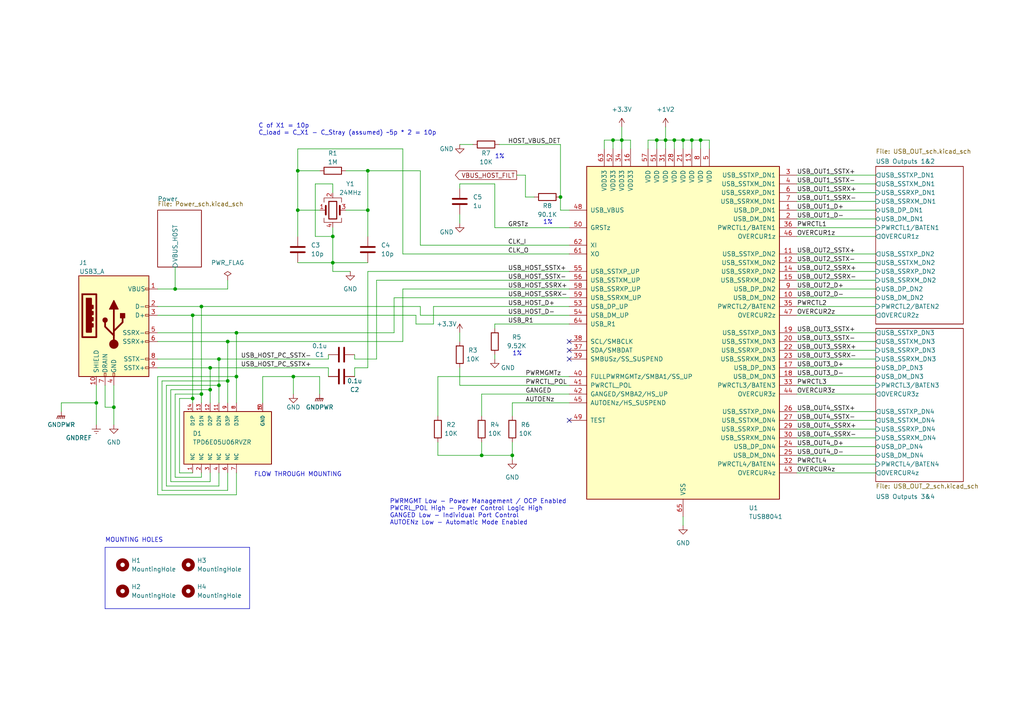
<source format=kicad_sch>
(kicad_sch (version 20230121) (generator eeschema)

  (uuid 0d875b42-864f-470b-942b-6f9f6fd5fd54)

  (paper "A4")

  (title_block
    (title "Powered USB3.0 Quad Hub")
    (rev "v1.0")
  )

  (lib_symbols
    (symbol "Connector:USB3_A" (pin_names (offset 1.016)) (in_bom yes) (on_board yes)
      (property "Reference" "J" (at -10.16 15.24 0)
        (effects (font (size 1.27 1.27)) (justify left))
      )
      (property "Value" "USB3_A" (at 10.16 15.24 0)
        (effects (font (size 1.27 1.27)) (justify right))
      )
      (property "Footprint" "" (at 3.81 2.54 0)
        (effects (font (size 1.27 1.27)) hide)
      )
      (property "Datasheet" "~" (at 3.81 2.54 0)
        (effects (font (size 1.27 1.27)) hide)
      )
      (property "ki_keywords" "usb universal serial bus" (at 0 0 0)
        (effects (font (size 1.27 1.27)) hide)
      )
      (property "ki_description" "USB 3.0 A connector" (at 0 0 0)
        (effects (font (size 1.27 1.27)) hide)
      )
      (symbol "USB3_A_0_0"
        (rectangle (start -9.144 8.636) (end -5.08 -3.81)
          (stroke (width 0.508) (type default))
          (fill (type none))
        )
        (rectangle (start -7.874 7.366) (end -6.604 -2.286)
          (stroke (width 0.508) (type default))
          (fill (type outline))
        )
        (rectangle (start -6.35 0) (end -6.096 -0.762)
          (stroke (width 0.508) (type default))
          (fill (type none))
        )
        (rectangle (start -6.35 1.778) (end -6.096 1.016)
          (stroke (width 0.508) (type default))
          (fill (type none))
        )
        (rectangle (start -6.35 3.556) (end -6.096 2.794)
          (stroke (width 0.508) (type default))
          (fill (type none))
        )
        (rectangle (start -6.35 5.334) (end -6.096 4.572)
          (stroke (width 0.508) (type default))
          (fill (type none))
        )
        (rectangle (start -2.794 -15.24) (end -2.286 -14.224)
          (stroke (width 0) (type default))
          (fill (type none))
        )
        (rectangle (start -0.254 -15.24) (end 0.254 -14.224)
          (stroke (width 0) (type default))
          (fill (type none))
        )
        (rectangle (start 10.16 -12.446) (end 9.144 -12.954)
          (stroke (width 0) (type default))
          (fill (type none))
        )
        (rectangle (start 10.16 -9.906) (end 9.144 -10.414)
          (stroke (width 0) (type default))
          (fill (type none))
        )
        (rectangle (start 10.16 -4.826) (end 9.144 -5.334)
          (stroke (width 0) (type default))
          (fill (type none))
        )
        (rectangle (start 10.16 -2.286) (end 9.144 -2.794)
          (stroke (width 0) (type default))
          (fill (type none))
        )
        (rectangle (start 10.16 2.794) (end 9.144 2.286)
          (stroke (width 0) (type default))
          (fill (type none))
        )
        (rectangle (start 10.16 5.334) (end 9.144 4.826)
          (stroke (width 0) (type default))
          (fill (type none))
        )
        (rectangle (start 10.16 10.414) (end 9.144 9.906)
          (stroke (width 0) (type default))
          (fill (type none))
        )
      )
      (symbol "USB3_A_0_1"
        (rectangle (start -10.16 13.97) (end 10.16 -15.24)
          (stroke (width 0.254) (type default))
          (fill (type background))
        )
      )
      (symbol "USB3_A_1_1"
        (circle (center -2.54 1.143) (radius 0.635)
          (stroke (width 0.254) (type default))
          (fill (type outline))
        )
        (circle (center 0 -5.842) (radius 1.27)
          (stroke (width 0) (type default))
          (fill (type outline))
        )
        (polyline
          (pts
            (xy 0 -5.842)
            (xy 0 4.318)
          )
          (stroke (width 0.508) (type default))
          (fill (type none))
        )
        (polyline
          (pts
            (xy 0 -3.302)
            (xy -2.54 -0.762)
            (xy -2.54 0.508)
          )
          (stroke (width 0.508) (type default))
          (fill (type none))
        )
        (polyline
          (pts
            (xy 0 -2.032)
            (xy 2.54 0.508)
            (xy 2.54 1.778)
          )
          (stroke (width 0.508) (type default))
          (fill (type none))
        )
        (polyline
          (pts
            (xy -1.27 4.318)
            (xy 0 6.858)
            (xy 1.27 4.318)
            (xy -1.27 4.318)
          )
          (stroke (width 0.254) (type default))
          (fill (type outline))
        )
        (rectangle (start 1.905 1.778) (end 3.175 3.048)
          (stroke (width 0.254) (type default))
          (fill (type outline))
        )
        (pin power_in line (at 12.7 10.16 180) (length 2.54)
          (name "VBUS" (effects (font (size 1.27 1.27))))
          (number "1" (effects (font (size 1.27 1.27))))
        )
        (pin passive line (at -5.08 -17.78 90) (length 2.54)
          (name "SHIELD" (effects (font (size 1.27 1.27))))
          (number "10" (effects (font (size 1.27 1.27))))
        )
        (pin bidirectional line (at 12.7 5.08 180) (length 2.54)
          (name "D-" (effects (font (size 1.27 1.27))))
          (number "2" (effects (font (size 1.27 1.27))))
        )
        (pin bidirectional line (at 12.7 2.54 180) (length 2.54)
          (name "D+" (effects (font (size 1.27 1.27))))
          (number "3" (effects (font (size 1.27 1.27))))
        )
        (pin power_in line (at 0 -17.78 90) (length 2.54)
          (name "GND" (effects (font (size 1.27 1.27))))
          (number "4" (effects (font (size 1.27 1.27))))
        )
        (pin output line (at 12.7 -2.54 180) (length 2.54)
          (name "SSRX-" (effects (font (size 1.27 1.27))))
          (number "5" (effects (font (size 1.27 1.27))))
        )
        (pin output line (at 12.7 -5.08 180) (length 2.54)
          (name "SSRX+" (effects (font (size 1.27 1.27))))
          (number "6" (effects (font (size 1.27 1.27))))
        )
        (pin passive line (at -2.54 -17.78 90) (length 2.54)
          (name "DRAIN" (effects (font (size 1.27 1.27))))
          (number "7" (effects (font (size 1.27 1.27))))
        )
        (pin input line (at 12.7 -10.16 180) (length 2.54)
          (name "SSTX-" (effects (font (size 1.27 1.27))))
          (number "8" (effects (font (size 1.27 1.27))))
        )
        (pin input line (at 12.7 -12.7 180) (length 2.54)
          (name "SSTX+" (effects (font (size 1.27 1.27))))
          (number "9" (effects (font (size 1.27 1.27))))
        )
      )
    )
    (symbol "Device:C" (pin_numbers hide) (pin_names (offset 0.254)) (in_bom yes) (on_board yes)
      (property "Reference" "C" (at 0.635 2.54 0)
        (effects (font (size 1.27 1.27)) (justify left))
      )
      (property "Value" "C" (at 0.635 -2.54 0)
        (effects (font (size 1.27 1.27)) (justify left))
      )
      (property "Footprint" "" (at 0.9652 -3.81 0)
        (effects (font (size 1.27 1.27)) hide)
      )
      (property "Datasheet" "~" (at 0 0 0)
        (effects (font (size 1.27 1.27)) hide)
      )
      (property "ki_keywords" "cap capacitor" (at 0 0 0)
        (effects (font (size 1.27 1.27)) hide)
      )
      (property "ki_description" "Unpolarized capacitor" (at 0 0 0)
        (effects (font (size 1.27 1.27)) hide)
      )
      (property "ki_fp_filters" "C_*" (at 0 0 0)
        (effects (font (size 1.27 1.27)) hide)
      )
      (symbol "C_0_1"
        (polyline
          (pts
            (xy -2.032 -0.762)
            (xy 2.032 -0.762)
          )
          (stroke (width 0.508) (type default))
          (fill (type none))
        )
        (polyline
          (pts
            (xy -2.032 0.762)
            (xy 2.032 0.762)
          )
          (stroke (width 0.508) (type default))
          (fill (type none))
        )
      )
      (symbol "C_1_1"
        (pin passive line (at 0 3.81 270) (length 2.794)
          (name "~" (effects (font (size 1.27 1.27))))
          (number "1" (effects (font (size 1.27 1.27))))
        )
        (pin passive line (at 0 -3.81 90) (length 2.794)
          (name "~" (effects (font (size 1.27 1.27))))
          (number "2" (effects (font (size 1.27 1.27))))
        )
      )
    )
    (symbol "Device:Crystal_GND24" (pin_names (offset 1.016) hide) (in_bom yes) (on_board yes)
      (property "Reference" "Y" (at 3.175 5.08 0)
        (effects (font (size 1.27 1.27)) (justify left))
      )
      (property "Value" "Crystal_GND24" (at 3.175 3.175 0)
        (effects (font (size 1.27 1.27)) (justify left))
      )
      (property "Footprint" "" (at 0 0 0)
        (effects (font (size 1.27 1.27)) hide)
      )
      (property "Datasheet" "~" (at 0 0 0)
        (effects (font (size 1.27 1.27)) hide)
      )
      (property "ki_keywords" "quartz ceramic resonator oscillator" (at 0 0 0)
        (effects (font (size 1.27 1.27)) hide)
      )
      (property "ki_description" "Four pin crystal, GND on pins 2 and 4" (at 0 0 0)
        (effects (font (size 1.27 1.27)) hide)
      )
      (property "ki_fp_filters" "Crystal*" (at 0 0 0)
        (effects (font (size 1.27 1.27)) hide)
      )
      (symbol "Crystal_GND24_0_1"
        (rectangle (start -1.143 2.54) (end 1.143 -2.54)
          (stroke (width 0.3048) (type default))
          (fill (type none))
        )
        (polyline
          (pts
            (xy -2.54 0)
            (xy -2.032 0)
          )
          (stroke (width 0) (type default))
          (fill (type none))
        )
        (polyline
          (pts
            (xy -2.032 -1.27)
            (xy -2.032 1.27)
          )
          (stroke (width 0.508) (type default))
          (fill (type none))
        )
        (polyline
          (pts
            (xy 0 -3.81)
            (xy 0 -3.556)
          )
          (stroke (width 0) (type default))
          (fill (type none))
        )
        (polyline
          (pts
            (xy 0 3.556)
            (xy 0 3.81)
          )
          (stroke (width 0) (type default))
          (fill (type none))
        )
        (polyline
          (pts
            (xy 2.032 -1.27)
            (xy 2.032 1.27)
          )
          (stroke (width 0.508) (type default))
          (fill (type none))
        )
        (polyline
          (pts
            (xy 2.032 0)
            (xy 2.54 0)
          )
          (stroke (width 0) (type default))
          (fill (type none))
        )
        (polyline
          (pts
            (xy -2.54 -2.286)
            (xy -2.54 -3.556)
            (xy 2.54 -3.556)
            (xy 2.54 -2.286)
          )
          (stroke (width 0) (type default))
          (fill (type none))
        )
        (polyline
          (pts
            (xy -2.54 2.286)
            (xy -2.54 3.556)
            (xy 2.54 3.556)
            (xy 2.54 2.286)
          )
          (stroke (width 0) (type default))
          (fill (type none))
        )
      )
      (symbol "Crystal_GND24_1_1"
        (pin passive line (at -3.81 0 0) (length 1.27)
          (name "1" (effects (font (size 1.27 1.27))))
          (number "1" (effects (font (size 1.27 1.27))))
        )
        (pin passive line (at 0 5.08 270) (length 1.27)
          (name "2" (effects (font (size 1.27 1.27))))
          (number "2" (effects (font (size 1.27 1.27))))
        )
        (pin passive line (at 3.81 0 180) (length 1.27)
          (name "3" (effects (font (size 1.27 1.27))))
          (number "3" (effects (font (size 1.27 1.27))))
        )
        (pin passive line (at 0 -5.08 90) (length 1.27)
          (name "4" (effects (font (size 1.27 1.27))))
          (number "4" (effects (font (size 1.27 1.27))))
        )
      )
    )
    (symbol "Device:R" (pin_numbers hide) (pin_names (offset 0)) (in_bom yes) (on_board yes)
      (property "Reference" "R" (at 2.032 0 90)
        (effects (font (size 1.27 1.27)))
      )
      (property "Value" "R" (at 0 0 90)
        (effects (font (size 1.27 1.27)))
      )
      (property "Footprint" "" (at -1.778 0 90)
        (effects (font (size 1.27 1.27)) hide)
      )
      (property "Datasheet" "~" (at 0 0 0)
        (effects (font (size 1.27 1.27)) hide)
      )
      (property "ki_keywords" "R res resistor" (at 0 0 0)
        (effects (font (size 1.27 1.27)) hide)
      )
      (property "ki_description" "Resistor" (at 0 0 0)
        (effects (font (size 1.27 1.27)) hide)
      )
      (property "ki_fp_filters" "R_*" (at 0 0 0)
        (effects (font (size 1.27 1.27)) hide)
      )
      (symbol "R_0_1"
        (rectangle (start -1.016 -2.54) (end 1.016 2.54)
          (stroke (width 0.254) (type default))
          (fill (type none))
        )
      )
      (symbol "R_1_1"
        (pin passive line (at 0 3.81 270) (length 1.27)
          (name "~" (effects (font (size 1.27 1.27))))
          (number "1" (effects (font (size 1.27 1.27))))
        )
        (pin passive line (at 0 -3.81 90) (length 1.27)
          (name "~" (effects (font (size 1.27 1.27))))
          (number "2" (effects (font (size 1.27 1.27))))
        )
      )
    )
    (symbol "Interface_USB:TUSB8041" (pin_names (offset 1.016)) (in_bom yes) (on_board yes)
      (property "Reference" "U" (at 15.24 53.34 0)
        (effects (font (size 1.27 1.27)) (justify left))
      )
      (property "Value" "TUSB8041" (at 15.24 50.8 0)
        (effects (font (size 1.27 1.27)) (justify left))
      )
      (property "Footprint" "Package_DFN_QFN:QFN-64-1EP_9x9mm_P0.5mm_EP6x6mm_ThermalVias" (at 30.48 50.8 0)
        (effects (font (size 1.27 1.27)) (justify left) hide)
      )
      (property "Datasheet" "http://www.ti.com/lit/ds/symlink/tusb8041.pdf" (at -7.62 5.08 0)
        (effects (font (size 1.27 1.27)) hide)
      )
      (property "ki_keywords" "USB3.0 hub" (at 0 0 0)
        (effects (font (size 1.27 1.27)) hide)
      )
      (property "ki_description" "four port USB 3.0 Hub" (at 0 0 0)
        (effects (font (size 1.27 1.27)) hide)
      )
      (property "ki_fp_filters" "QFN*9x9mm*P0.5mm*" (at 0 0 0)
        (effects (font (size 1.27 1.27)) hide)
      )
      (symbol "TUSB8041_0_1"
        (rectangle (start -27.94 48.26) (end 27.94 -48.26)
          (stroke (width 0.254) (type default))
          (fill (type background))
        )
      )
      (symbol "TUSB8041_1_1"
        (pin bidirectional line (at 33.02 35.56 180) (length 5.08)
          (name "USB_DP_DN1" (effects (font (size 1.27 1.27))))
          (number "1" (effects (font (size 1.27 1.27))))
        )
        (pin bidirectional line (at 33.02 10.16 180) (length 5.08)
          (name "USB_DM_DN2" (effects (font (size 1.27 1.27))))
          (number "10" (effects (font (size 1.27 1.27))))
        )
        (pin output line (at 33.02 22.86 180) (length 5.08)
          (name "USB_SSTXP_DN2" (effects (font (size 1.27 1.27))))
          (number "11" (effects (font (size 1.27 1.27))))
        )
        (pin output line (at 33.02 20.32 180) (length 5.08)
          (name "USB_SSTXM_DN2" (effects (font (size 1.27 1.27))))
          (number "12" (effects (font (size 1.27 1.27))))
        )
        (pin power_in line (at 2.54 53.34 270) (length 5.08)
          (name "VDD" (effects (font (size 1.27 1.27))))
          (number "13" (effects (font (size 1.27 1.27))))
        )
        (pin input line (at 33.02 17.78 180) (length 5.08)
          (name "USB_SSRXP_DN2" (effects (font (size 1.27 1.27))))
          (number "14" (effects (font (size 1.27 1.27))))
        )
        (pin input line (at 33.02 15.24 180) (length 5.08)
          (name "USB_SSRXM_DN2" (effects (font (size 1.27 1.27))))
          (number "15" (effects (font (size 1.27 1.27))))
        )
        (pin power_in line (at -15.24 53.34 270) (length 5.08)
          (name "VDD33" (effects (font (size 1.27 1.27))))
          (number "16" (effects (font (size 1.27 1.27))))
        )
        (pin bidirectional line (at 33.02 -10.16 180) (length 5.08)
          (name "USB_DP_DN3" (effects (font (size 1.27 1.27))))
          (number "17" (effects (font (size 1.27 1.27))))
        )
        (pin bidirectional line (at 33.02 -12.7 180) (length 5.08)
          (name "USB_DM_DN3" (effects (font (size 1.27 1.27))))
          (number "18" (effects (font (size 1.27 1.27))))
        )
        (pin output line (at 33.02 0 180) (length 5.08)
          (name "USB_SSTXP_DN3" (effects (font (size 1.27 1.27))))
          (number "19" (effects (font (size 1.27 1.27))))
        )
        (pin bidirectional line (at 33.02 33.02 180) (length 5.08)
          (name "USB_DM_DN1" (effects (font (size 1.27 1.27))))
          (number "2" (effects (font (size 1.27 1.27))))
        )
        (pin output line (at 33.02 -2.54 180) (length 5.08)
          (name "USB_SSTXM_DN3" (effects (font (size 1.27 1.27))))
          (number "20" (effects (font (size 1.27 1.27))))
        )
        (pin power_in line (at 0 53.34 270) (length 5.08)
          (name "VDD" (effects (font (size 1.27 1.27))))
          (number "21" (effects (font (size 1.27 1.27))))
        )
        (pin input line (at 33.02 -5.08 180) (length 5.08)
          (name "USB_SSRXP_DN3" (effects (font (size 1.27 1.27))))
          (number "22" (effects (font (size 1.27 1.27))))
        )
        (pin input line (at 33.02 -7.62 180) (length 5.08)
          (name "USB_SSRXM_DN3" (effects (font (size 1.27 1.27))))
          (number "23" (effects (font (size 1.27 1.27))))
        )
        (pin bidirectional line (at 33.02 -33.02 180) (length 5.08)
          (name "USB_DP_DN4" (effects (font (size 1.27 1.27))))
          (number "24" (effects (font (size 1.27 1.27))))
        )
        (pin bidirectional line (at 33.02 -35.56 180) (length 5.08)
          (name "USB_DM_DN4" (effects (font (size 1.27 1.27))))
          (number "25" (effects (font (size 1.27 1.27))))
        )
        (pin output line (at 33.02 -22.86 180) (length 5.08)
          (name "USB_SSTXP_DN4" (effects (font (size 1.27 1.27))))
          (number "26" (effects (font (size 1.27 1.27))))
        )
        (pin output line (at 33.02 -25.4 180) (length 5.08)
          (name "USB_SSTXM_DN4" (effects (font (size 1.27 1.27))))
          (number "27" (effects (font (size 1.27 1.27))))
        )
        (pin power_in line (at -2.54 53.34 270) (length 5.08)
          (name "VDD" (effects (font (size 1.27 1.27))))
          (number "28" (effects (font (size 1.27 1.27))))
        )
        (pin input line (at 33.02 -27.94 180) (length 5.08)
          (name "USB_SSRXP_DN4" (effects (font (size 1.27 1.27))))
          (number "29" (effects (font (size 1.27 1.27))))
        )
        (pin output line (at 33.02 45.72 180) (length 5.08)
          (name "USB_SSTXP_DN1" (effects (font (size 1.27 1.27))))
          (number "3" (effects (font (size 1.27 1.27))))
        )
        (pin input line (at 33.02 -30.48 180) (length 5.08)
          (name "USB_SSRXM_DN4" (effects (font (size 1.27 1.27))))
          (number "30" (effects (font (size 1.27 1.27))))
        )
        (pin power_in line (at -5.08 53.34 270) (length 5.08)
          (name "VDD" (effects (font (size 1.27 1.27))))
          (number "31" (effects (font (size 1.27 1.27))))
        )
        (pin bidirectional line (at 33.02 -38.1 180) (length 5.08)
          (name "PWRCTL4/BATEN4" (effects (font (size 1.27 1.27))))
          (number "32" (effects (font (size 1.27 1.27))))
        )
        (pin bidirectional line (at 33.02 -15.24 180) (length 5.08)
          (name "PWRCTL3/BATEN3" (effects (font (size 1.27 1.27))))
          (number "33" (effects (font (size 1.27 1.27))))
        )
        (pin power_in line (at -17.78 53.34 270) (length 5.08)
          (name "VDD33" (effects (font (size 1.27 1.27))))
          (number "34" (effects (font (size 1.27 1.27))))
        )
        (pin bidirectional line (at 33.02 7.62 180) (length 5.08)
          (name "PWRCTL2/BATEN2" (effects (font (size 1.27 1.27))))
          (number "35" (effects (font (size 1.27 1.27))))
        )
        (pin bidirectional line (at 33.02 30.48 180) (length 5.08)
          (name "PWRCTL1/BATEN1" (effects (font (size 1.27 1.27))))
          (number "36" (effects (font (size 1.27 1.27))))
        )
        (pin bidirectional line (at -33.02 -5.08 0) (length 5.08)
          (name "SDA/SMBDAT" (effects (font (size 1.27 1.27))))
          (number "37" (effects (font (size 1.27 1.27))))
        )
        (pin bidirectional line (at -33.02 -2.54 0) (length 5.08)
          (name "SCL/SMBCLK" (effects (font (size 1.27 1.27))))
          (number "38" (effects (font (size 1.27 1.27))))
        )
        (pin bidirectional line (at -33.02 -7.62 0) (length 5.08)
          (name "SMBUSz/SS_SUSPEND" (effects (font (size 1.27 1.27))))
          (number "39" (effects (font (size 1.27 1.27))))
        )
        (pin output line (at 33.02 43.18 180) (length 5.08)
          (name "USB_SSTXM_DN1" (effects (font (size 1.27 1.27))))
          (number "4" (effects (font (size 1.27 1.27))))
        )
        (pin bidirectional line (at -33.02 -12.7 0) (length 5.08)
          (name "FULLPWRMGMTz/SMBA1/SS_UP" (effects (font (size 1.27 1.27))))
          (number "40" (effects (font (size 1.27 1.27))))
        )
        (pin bidirectional line (at -33.02 -15.24 0) (length 5.08)
          (name "PWRCTL_POL" (effects (font (size 1.27 1.27))))
          (number "41" (effects (font (size 1.27 1.27))))
        )
        (pin bidirectional line (at -33.02 -17.78 0) (length 5.08)
          (name "GANGED/SMBA2/HS_UP" (effects (font (size 1.27 1.27))))
          (number "42" (effects (font (size 1.27 1.27))))
        )
        (pin input line (at 33.02 -40.64 180) (length 5.08)
          (name "OVERCUR4z" (effects (font (size 1.27 1.27))))
          (number "43" (effects (font (size 1.27 1.27))))
        )
        (pin input line (at 33.02 -17.78 180) (length 5.08)
          (name "OVERCUR3z" (effects (font (size 1.27 1.27))))
          (number "44" (effects (font (size 1.27 1.27))))
        )
        (pin bidirectional line (at -33.02 -20.32 0) (length 5.08)
          (name "AUTOENz/HS_SUSPEND" (effects (font (size 1.27 1.27))))
          (number "45" (effects (font (size 1.27 1.27))))
        )
        (pin input line (at 33.02 27.94 180) (length 5.08)
          (name "OVERCUR1z" (effects (font (size 1.27 1.27))))
          (number "46" (effects (font (size 1.27 1.27))))
        )
        (pin input line (at 33.02 5.08 180) (length 5.08)
          (name "OVERCUR2z" (effects (font (size 1.27 1.27))))
          (number "47" (effects (font (size 1.27 1.27))))
        )
        (pin input line (at -33.02 35.56 0) (length 5.08)
          (name "USB_VBUS" (effects (font (size 1.27 1.27))))
          (number "48" (effects (font (size 1.27 1.27))))
        )
        (pin input line (at -33.02 -25.4 0) (length 5.08)
          (name "TEST" (effects (font (size 1.27 1.27))))
          (number "49" (effects (font (size 1.27 1.27))))
        )
        (pin power_in line (at 7.62 53.34 270) (length 5.08)
          (name "VDD" (effects (font (size 1.27 1.27))))
          (number "5" (effects (font (size 1.27 1.27))))
        )
        (pin input line (at -33.02 30.48 0) (length 5.08)
          (name "GRSTz" (effects (font (size 1.27 1.27))))
          (number "50" (effects (font (size 1.27 1.27))))
        )
        (pin power_in line (at -7.62 53.34 270) (length 5.08)
          (name "VDD" (effects (font (size 1.27 1.27))))
          (number "51" (effects (font (size 1.27 1.27))))
        )
        (pin power_in line (at -20.32 53.34 270) (length 5.08)
          (name "VDD33" (effects (font (size 1.27 1.27))))
          (number "52" (effects (font (size 1.27 1.27))))
        )
        (pin bidirectional line (at -33.02 7.62 0) (length 5.08)
          (name "USB_DP_UP" (effects (font (size 1.27 1.27))))
          (number "53" (effects (font (size 1.27 1.27))))
        )
        (pin bidirectional line (at -33.02 5.08 0) (length 5.08)
          (name "USB_DM_UP" (effects (font (size 1.27 1.27))))
          (number "54" (effects (font (size 1.27 1.27))))
        )
        (pin output line (at -33.02 17.78 0) (length 5.08)
          (name "USB_SSTXP_UP" (effects (font (size 1.27 1.27))))
          (number "55" (effects (font (size 1.27 1.27))))
        )
        (pin output line (at -33.02 15.24 0) (length 5.08)
          (name "USB_SSTXM_UP" (effects (font (size 1.27 1.27))))
          (number "56" (effects (font (size 1.27 1.27))))
        )
        (pin power_in line (at -10.16 53.34 270) (length 5.08)
          (name "VDD" (effects (font (size 1.27 1.27))))
          (number "57" (effects (font (size 1.27 1.27))))
        )
        (pin input line (at -33.02 12.7 0) (length 5.08)
          (name "USB_SSRXP_UP" (effects (font (size 1.27 1.27))))
          (number "58" (effects (font (size 1.27 1.27))))
        )
        (pin input line (at -33.02 10.16 0) (length 5.08)
          (name "USB_SSRXM_UP" (effects (font (size 1.27 1.27))))
          (number "59" (effects (font (size 1.27 1.27))))
        )
        (pin input line (at 33.02 40.64 180) (length 5.08)
          (name "USB_SSRXP_DN1" (effects (font (size 1.27 1.27))))
          (number "6" (effects (font (size 1.27 1.27))))
        )
        (pin no_connect line (at 33.02 -45.72 180) (length 5.08) hide
          (name "NC" (effects (font (size 1.27 1.27))))
          (number "60" (effects (font (size 1.27 1.27))))
        )
        (pin output line (at -33.02 22.86 0) (length 5.08)
          (name "XO" (effects (font (size 1.27 1.27))))
          (number "61" (effects (font (size 1.27 1.27))))
        )
        (pin input line (at -33.02 25.4 0) (length 5.08)
          (name "XI" (effects (font (size 1.27 1.27))))
          (number "62" (effects (font (size 1.27 1.27))))
        )
        (pin power_in line (at -22.86 53.34 270) (length 5.08)
          (name "VDD33" (effects (font (size 1.27 1.27))))
          (number "63" (effects (font (size 1.27 1.27))))
        )
        (pin input line (at -33.02 2.54 0) (length 5.08)
          (name "USB_R1" (effects (font (size 1.27 1.27))))
          (number "64" (effects (font (size 1.27 1.27))))
        )
        (pin power_in line (at 0 -53.34 90) (length 5.08)
          (name "VSS" (effects (font (size 1.27 1.27))))
          (number "65" (effects (font (size 1.27 1.27))))
        )
        (pin input line (at 33.02 38.1 180) (length 5.08)
          (name "USB_SSRXM_DN1" (effects (font (size 1.27 1.27))))
          (number "7" (effects (font (size 1.27 1.27))))
        )
        (pin power_in line (at 5.08 53.34 270) (length 5.08)
          (name "VDD" (effects (font (size 1.27 1.27))))
          (number "8" (effects (font (size 1.27 1.27))))
        )
        (pin bidirectional line (at 33.02 12.7 180) (length 5.08)
          (name "USB_DP_DN2" (effects (font (size 1.27 1.27))))
          (number "9" (effects (font (size 1.27 1.27))))
        )
      )
    )
    (symbol "Mechanical:MountingHole" (pin_names (offset 1.016)) (in_bom yes) (on_board yes)
      (property "Reference" "H" (at 0 5.08 0)
        (effects (font (size 1.27 1.27)))
      )
      (property "Value" "MountingHole" (at 0 3.175 0)
        (effects (font (size 1.27 1.27)))
      )
      (property "Footprint" "" (at 0 0 0)
        (effects (font (size 1.27 1.27)) hide)
      )
      (property "Datasheet" "~" (at 0 0 0)
        (effects (font (size 1.27 1.27)) hide)
      )
      (property "ki_keywords" "mounting hole" (at 0 0 0)
        (effects (font (size 1.27 1.27)) hide)
      )
      (property "ki_description" "Mounting Hole without connection" (at 0 0 0)
        (effects (font (size 1.27 1.27)) hide)
      )
      (property "ki_fp_filters" "MountingHole*" (at 0 0 0)
        (effects (font (size 1.27 1.27)) hide)
      )
      (symbol "MountingHole_0_1"
        (circle (center 0 0) (radius 1.27)
          (stroke (width 1.27) (type default))
          (fill (type none))
        )
      )
    )
    (symbol "TPD6E05U06RVZR:TPD6E05U06RVZR" (pin_names (offset 1.016)) (in_bom yes) (on_board yes)
      (property "Reference" "D" (at -7.6223 12.7038 0)
        (effects (font (size 1.27 1.27)) (justify left bottom))
      )
      (property "Value" "TPD6E05U06RVZR" (at -7.6202 -12.7003 0)
        (effects (font (size 1.27 1.27)) (justify left top))
      )
      (property "Footprint" "SON50P135X350X55-14N" (at 0 0 0)
        (effects (font (size 1.27 1.27)) (justify bottom) hide)
      )
      (property "Datasheet" "" (at 0 0 0)
        (effects (font (size 1.27 1.27)) hide)
      )
      (property "PARTREV" "L" (at 0 0 0)
        (effects (font (size 1.27 1.27)) (justify bottom) hide)
      )
      (property "STANDARD" "IPC-7351B" (at 0 0 0)
        (effects (font (size 1.27 1.27)) (justify bottom) hide)
      )
      (property "MANUFACTURER" "Texas Instruments" (at 0 0 0)
        (effects (font (size 1.27 1.27)) (justify bottom) hide)
      )
      (symbol "TPD6E05U06RVZR_0_0"
        (rectangle (start -7.62 -12.7) (end 7.62 12.7)
          (stroke (width 0.254) (type default))
          (fill (type background))
        )
        (pin bidirectional line (at -10.16 10.16 0) (length 2.54)
          (name "NC" (effects (font (size 1.016 1.016))))
          (number "1" (effects (font (size 1.016 1.016))))
        )
        (pin power_in line (at 10.16 -10.16 180) (length 2.54)
          (name "GND" (effects (font (size 1.016 1.016))))
          (number "10" (effects (font (size 1.016 1.016))))
        )
        (pin bidirectional line (at 10.16 2.54 180) (length 2.54)
          (name "D2N" (effects (font (size 1.016 1.016))))
          (number "11" (effects (font (size 1.016 1.016))))
        )
        (pin bidirectional line (at 10.16 5.08 180) (length 2.54)
          (name "D2P" (effects (font (size 1.016 1.016))))
          (number "12" (effects (font (size 1.016 1.016))))
        )
        (pin bidirectional line (at 10.16 7.62 180) (length 2.54)
          (name "D1N" (effects (font (size 1.016 1.016))))
          (number "13" (effects (font (size 1.016 1.016))))
        )
        (pin bidirectional line (at 10.16 10.16 180) (length 2.54)
          (name "D1P" (effects (font (size 1.016 1.016))))
          (number "14" (effects (font (size 1.016 1.016))))
        )
        (pin bidirectional line (at -10.16 7.62 0) (length 2.54)
          (name "NC" (effects (font (size 1.016 1.016))))
          (number "2" (effects (font (size 1.016 1.016))))
        )
        (pin bidirectional line (at -10.16 5.08 0) (length 2.54)
          (name "NC" (effects (font (size 1.016 1.016))))
          (number "3" (effects (font (size 1.016 1.016))))
        )
        (pin bidirectional line (at -10.16 2.54 0) (length 2.54)
          (name "NC" (effects (font (size 1.016 1.016))))
          (number "4" (effects (font (size 1.016 1.016))))
        )
        (pin power_in line (at 10.16 -10.16 180) (length 2.54)
          (name "GND" (effects (font (size 1.016 1.016))))
          (number "5" (effects (font (size 1.016 1.016))))
        )
        (pin bidirectional line (at -10.16 0 0) (length 2.54)
          (name "NC" (effects (font (size 1.016 1.016))))
          (number "6" (effects (font (size 1.016 1.016))))
        )
        (pin bidirectional line (at -10.16 -2.54 0) (length 2.54)
          (name "NC" (effects (font (size 1.016 1.016))))
          (number "7" (effects (font (size 1.016 1.016))))
        )
        (pin bidirectional line (at 10.16 -2.54 180) (length 2.54)
          (name "D3N" (effects (font (size 1.016 1.016))))
          (number "8" (effects (font (size 1.016 1.016))))
        )
        (pin bidirectional line (at 10.16 0 180) (length 2.54)
          (name "D3P" (effects (font (size 1.016 1.016))))
          (number "9" (effects (font (size 1.016 1.016))))
        )
      )
    )
    (symbol "power:+1V2" (power) (pin_names (offset 0)) (in_bom yes) (on_board yes)
      (property "Reference" "#PWR" (at 0 -3.81 0)
        (effects (font (size 1.27 1.27)) hide)
      )
      (property "Value" "+1V2" (at 0 3.556 0)
        (effects (font (size 1.27 1.27)))
      )
      (property "Footprint" "" (at 0 0 0)
        (effects (font (size 1.27 1.27)) hide)
      )
      (property "Datasheet" "" (at 0 0 0)
        (effects (font (size 1.27 1.27)) hide)
      )
      (property "ki_keywords" "power-flag" (at 0 0 0)
        (effects (font (size 1.27 1.27)) hide)
      )
      (property "ki_description" "Power symbol creates a global label with name \"+1V2\"" (at 0 0 0)
        (effects (font (size 1.27 1.27)) hide)
      )
      (symbol "+1V2_0_1"
        (polyline
          (pts
            (xy -0.762 1.27)
            (xy 0 2.54)
          )
          (stroke (width 0) (type default))
          (fill (type none))
        )
        (polyline
          (pts
            (xy 0 0)
            (xy 0 2.54)
          )
          (stroke (width 0) (type default))
          (fill (type none))
        )
        (polyline
          (pts
            (xy 0 2.54)
            (xy 0.762 1.27)
          )
          (stroke (width 0) (type default))
          (fill (type none))
        )
      )
      (symbol "+1V2_1_1"
        (pin power_in line (at 0 0 90) (length 0) hide
          (name "+1V2" (effects (font (size 1.27 1.27))))
          (number "1" (effects (font (size 1.27 1.27))))
        )
      )
    )
    (symbol "power:+3.3V" (power) (pin_names (offset 0)) (in_bom yes) (on_board yes)
      (property "Reference" "#PWR" (at 0 -3.81 0)
        (effects (font (size 1.27 1.27)) hide)
      )
      (property "Value" "+3.3V" (at 0 3.556 0)
        (effects (font (size 1.27 1.27)))
      )
      (property "Footprint" "" (at 0 0 0)
        (effects (font (size 1.27 1.27)) hide)
      )
      (property "Datasheet" "" (at 0 0 0)
        (effects (font (size 1.27 1.27)) hide)
      )
      (property "ki_keywords" "power-flag" (at 0 0 0)
        (effects (font (size 1.27 1.27)) hide)
      )
      (property "ki_description" "Power symbol creates a global label with name \"+3.3V\"" (at 0 0 0)
        (effects (font (size 1.27 1.27)) hide)
      )
      (symbol "+3.3V_0_1"
        (polyline
          (pts
            (xy -0.762 1.27)
            (xy 0 2.54)
          )
          (stroke (width 0) (type default))
          (fill (type none))
        )
        (polyline
          (pts
            (xy 0 0)
            (xy 0 2.54)
          )
          (stroke (width 0) (type default))
          (fill (type none))
        )
        (polyline
          (pts
            (xy 0 2.54)
            (xy 0.762 1.27)
          )
          (stroke (width 0) (type default))
          (fill (type none))
        )
      )
      (symbol "+3.3V_1_1"
        (pin power_in line (at 0 0 90) (length 0) hide
          (name "+3.3V" (effects (font (size 1.27 1.27))))
          (number "1" (effects (font (size 1.27 1.27))))
        )
      )
    )
    (symbol "power:GND" (power) (pin_names (offset 0)) (in_bom yes) (on_board yes)
      (property "Reference" "#PWR" (at 0 -6.35 0)
        (effects (font (size 1.27 1.27)) hide)
      )
      (property "Value" "GND" (at 0 -3.81 0)
        (effects (font (size 1.27 1.27)))
      )
      (property "Footprint" "" (at 0 0 0)
        (effects (font (size 1.27 1.27)) hide)
      )
      (property "Datasheet" "" (at 0 0 0)
        (effects (font (size 1.27 1.27)) hide)
      )
      (property "ki_keywords" "power-flag" (at 0 0 0)
        (effects (font (size 1.27 1.27)) hide)
      )
      (property "ki_description" "Power symbol creates a global label with name \"GND\" , ground" (at 0 0 0)
        (effects (font (size 1.27 1.27)) hide)
      )
      (symbol "GND_0_1"
        (polyline
          (pts
            (xy 0 0)
            (xy 0 -1.27)
            (xy 1.27 -1.27)
            (xy 0 -2.54)
            (xy -1.27 -1.27)
            (xy 0 -1.27)
          )
          (stroke (width 0) (type default))
          (fill (type none))
        )
      )
      (symbol "GND_1_1"
        (pin power_in line (at 0 0 270) (length 0) hide
          (name "GND" (effects (font (size 1.27 1.27))))
          (number "1" (effects (font (size 1.27 1.27))))
        )
      )
    )
    (symbol "power:GNDPWR" (power) (pin_names (offset 0)) (in_bom yes) (on_board yes)
      (property "Reference" "#PWR" (at 0 -5.08 0)
        (effects (font (size 1.27 1.27)) hide)
      )
      (property "Value" "GNDPWR" (at 0 -3.302 0)
        (effects (font (size 1.27 1.27)))
      )
      (property "Footprint" "" (at 0 -1.27 0)
        (effects (font (size 1.27 1.27)) hide)
      )
      (property "Datasheet" "" (at 0 -1.27 0)
        (effects (font (size 1.27 1.27)) hide)
      )
      (property "ki_keywords" "power-flag" (at 0 0 0)
        (effects (font (size 1.27 1.27)) hide)
      )
      (property "ki_description" "Power symbol creates a global label with name \"GNDPWR\" , power ground" (at 0 0 0)
        (effects (font (size 1.27 1.27)) hide)
      )
      (symbol "GNDPWR_0_1"
        (polyline
          (pts
            (xy 0 -1.27)
            (xy 0 0)
          )
          (stroke (width 0) (type default))
          (fill (type none))
        )
        (polyline
          (pts
            (xy -1.016 -1.27)
            (xy -1.27 -2.032)
            (xy -1.27 -2.032)
          )
          (stroke (width 0.2032) (type default))
          (fill (type none))
        )
        (polyline
          (pts
            (xy -0.508 -1.27)
            (xy -0.762 -2.032)
            (xy -0.762 -2.032)
          )
          (stroke (width 0.2032) (type default))
          (fill (type none))
        )
        (polyline
          (pts
            (xy 0 -1.27)
            (xy -0.254 -2.032)
            (xy -0.254 -2.032)
          )
          (stroke (width 0.2032) (type default))
          (fill (type none))
        )
        (polyline
          (pts
            (xy 0.508 -1.27)
            (xy 0.254 -2.032)
            (xy 0.254 -2.032)
          )
          (stroke (width 0.2032) (type default))
          (fill (type none))
        )
        (polyline
          (pts
            (xy 1.016 -1.27)
            (xy -1.016 -1.27)
            (xy -1.016 -1.27)
          )
          (stroke (width 0.2032) (type default))
          (fill (type none))
        )
        (polyline
          (pts
            (xy 1.016 -1.27)
            (xy 0.762 -2.032)
            (xy 0.762 -2.032)
            (xy 0.762 -2.032)
          )
          (stroke (width 0.2032) (type default))
          (fill (type none))
        )
      )
      (symbol "GNDPWR_1_1"
        (pin power_in line (at 0 0 270) (length 0) hide
          (name "GNDPWR" (effects (font (size 1.27 1.27))))
          (number "1" (effects (font (size 1.27 1.27))))
        )
      )
    )
    (symbol "power:GNDREF" (power) (pin_names (offset 0)) (in_bom yes) (on_board yes)
      (property "Reference" "#PWR" (at 0 -6.35 0)
        (effects (font (size 1.27 1.27)) hide)
      )
      (property "Value" "GNDREF" (at 0 -3.81 0)
        (effects (font (size 1.27 1.27)))
      )
      (property "Footprint" "" (at 0 0 0)
        (effects (font (size 1.27 1.27)) hide)
      )
      (property "Datasheet" "" (at 0 0 0)
        (effects (font (size 1.27 1.27)) hide)
      )
      (property "ki_keywords" "power-flag" (at 0 0 0)
        (effects (font (size 1.27 1.27)) hide)
      )
      (property "ki_description" "Power symbol creates a global label with name \"GNDREF\" , reference supply ground" (at 0 0 0)
        (effects (font (size 1.27 1.27)) hide)
      )
      (symbol "GNDREF_0_1"
        (polyline
          (pts
            (xy -0.635 -1.905)
            (xy 0.635 -1.905)
          )
          (stroke (width 0) (type default))
          (fill (type none))
        )
        (polyline
          (pts
            (xy -0.127 -2.54)
            (xy 0.127 -2.54)
          )
          (stroke (width 0) (type default))
          (fill (type none))
        )
        (polyline
          (pts
            (xy 0 -1.27)
            (xy 0 0)
          )
          (stroke (width 0) (type default))
          (fill (type none))
        )
        (polyline
          (pts
            (xy 1.27 -1.27)
            (xy -1.27 -1.27)
          )
          (stroke (width 0) (type default))
          (fill (type none))
        )
      )
      (symbol "GNDREF_1_1"
        (pin power_in line (at 0 0 270) (length 0) hide
          (name "GNDREF" (effects (font (size 1.27 1.27))))
          (number "1" (effects (font (size 1.27 1.27))))
        )
      )
    )
    (symbol "power:PWR_FLAG" (power) (pin_numbers hide) (pin_names (offset 0) hide) (in_bom yes) (on_board yes)
      (property "Reference" "#FLG" (at 0 1.905 0)
        (effects (font (size 1.27 1.27)) hide)
      )
      (property "Value" "PWR_FLAG" (at 0 3.81 0)
        (effects (font (size 1.27 1.27)))
      )
      (property "Footprint" "" (at 0 0 0)
        (effects (font (size 1.27 1.27)) hide)
      )
      (property "Datasheet" "~" (at 0 0 0)
        (effects (font (size 1.27 1.27)) hide)
      )
      (property "ki_keywords" "power-flag" (at 0 0 0)
        (effects (font (size 1.27 1.27)) hide)
      )
      (property "ki_description" "Special symbol for telling ERC where power comes from" (at 0 0 0)
        (effects (font (size 1.27 1.27)) hide)
      )
      (symbol "PWR_FLAG_0_0"
        (pin power_out line (at 0 0 90) (length 0)
          (name "pwr" (effects (font (size 1.27 1.27))))
          (number "1" (effects (font (size 1.27 1.27))))
        )
      )
      (symbol "PWR_FLAG_0_1"
        (polyline
          (pts
            (xy 0 0)
            (xy 0 1.27)
            (xy -1.016 1.905)
            (xy 0 2.54)
            (xy 1.016 1.905)
            (xy 0 1.27)
          )
          (stroke (width 0) (type default))
          (fill (type none))
        )
      )
    )
  )

  (junction (at 86.36 49.53) (diameter 0) (color 0 0 0 0)
    (uuid 09667ad9-b8ed-4ceb-bef4-70968dd351f9)
  )
  (junction (at 177.8 40.64) (diameter 0) (color 0 0 0 0)
    (uuid 0d041dc9-8426-413c-abb7-1f1b25b69d72)
  )
  (junction (at 66.04 99.06) (diameter 0) (color 0 0 0 0)
    (uuid 0ed8bdd4-74c1-4310-ab22-8116f0616ba1)
  )
  (junction (at 96.52 68.58) (diameter 0) (color 0 0 0 0)
    (uuid 248459c7-bb7e-45bd-a83b-ed280dec5012)
  )
  (junction (at 190.5 40.64) (diameter 0) (color 0 0 0 0)
    (uuid 312b164e-48dd-484d-9b47-1051a88adecb)
  )
  (junction (at 63.5 111.76) (diameter 0) (color 0 0 0 0)
    (uuid 389493cb-9a94-407a-abc5-44777ce66fd9)
  )
  (junction (at 106.68 60.96) (diameter 0) (color 0 0 0 0)
    (uuid 3b59910e-5bd4-4ea2-871c-285b79dfbe7f)
  )
  (junction (at 58.42 114.3) (diameter 0) (color 0 0 0 0)
    (uuid 42e93748-8a89-4536-b329-20653e08b0a5)
  )
  (junction (at 68.58 96.52) (diameter 0) (color 0 0 0 0)
    (uuid 49c02553-d6e2-4fcb-9219-ddf102e10177)
  )
  (junction (at 195.58 40.64) (diameter 0) (color 0 0 0 0)
    (uuid 51bdbfcd-84df-4066-8c72-ee5026689f95)
  )
  (junction (at 50.8 83.82) (diameter 0) (color 0 0 0 0)
    (uuid 5a0821df-a01e-4c29-8902-34fa79332912)
  )
  (junction (at 203.2 40.64) (diameter 0) (color 0 0 0 0)
    (uuid 61443653-a06e-455b-8d0a-620f36ebe7ef)
  )
  (junction (at 200.66 40.64) (diameter 0) (color 0 0 0 0)
    (uuid 63705260-510b-4acb-8aef-69ba548ddabf)
  )
  (junction (at 96.52 76.2) (diameter 0) (color 0 0 0 0)
    (uuid 6cf70993-be89-4462-a95d-efb90a7a8304)
  )
  (junction (at 66.04 110.49) (diameter 0) (color 0 0 0 0)
    (uuid 7744ac49-75f9-473e-b9bd-21818880a4b0)
  )
  (junction (at 139.7 132.08) (diameter 0) (color 0 0 0 0)
    (uuid 77ddca1b-3f49-4c27-9e6d-feb54e37b545)
  )
  (junction (at 68.58 109.22) (diameter 0) (color 0 0 0 0)
    (uuid 942dcd51-8d37-4a1d-98e5-03f6db0a4452)
  )
  (junction (at 148.59 132.08) (diameter 0) (color 0 0 0 0)
    (uuid a4990128-ab34-43d5-abb1-4ac23e43bafb)
  )
  (junction (at 162.56 57.15) (diameter 0) (color 0 0 0 0)
    (uuid a54ca89d-c82b-4636-8d03-4410a65a6ff2)
  )
  (junction (at 60.96 113.03) (diameter 0) (color 0 0 0 0)
    (uuid a5cc32fd-bbe3-49ec-87e0-4561d48324b4)
  )
  (junction (at 27.94 116.84) (diameter 0) (color 0 0 0 0)
    (uuid c2a213c5-33a1-42b8-9c15-170259372f1c)
  )
  (junction (at 198.12 40.64) (diameter 0) (color 0 0 0 0)
    (uuid cec6ec65-8fce-4019-a43a-bdf69b8e0cfd)
  )
  (junction (at 55.88 91.44) (diameter 0) (color 0 0 0 0)
    (uuid d84a6cf5-314c-4fb2-88f5-b8e6504c4ade)
  )
  (junction (at 86.36 60.96) (diameter 0) (color 0 0 0 0)
    (uuid db2f6512-4874-4c1a-9d70-9e08553fd99b)
  )
  (junction (at 85.09 109.22) (diameter 0) (color 0 0 0 0)
    (uuid e6a5d36c-c690-48c2-825a-25edc20dab49)
  )
  (junction (at 58.42 88.9) (diameter 0) (color 0 0 0 0)
    (uuid efb9ca9c-99d2-4983-93c6-efc8f6af87e5)
  )
  (junction (at 63.5 104.14) (diameter 0) (color 0 0 0 0)
    (uuid f261a989-76ae-4a2e-b5aa-519d212863fc)
  )
  (junction (at 33.02 118.11) (diameter 0) (color 0 0 0 0)
    (uuid f365aa2d-6e58-4a31-99d9-a81d709f362a)
  )
  (junction (at 193.04 40.64) (diameter 0) (color 0 0 0 0)
    (uuid f56c027a-f1b8-40eb-9c4f-ae9b6219dd1d)
  )
  (junction (at 60.96 106.68) (diameter 0) (color 0 0 0 0)
    (uuid f63dd484-4b47-4f68-9e7c-03216029e993)
  )
  (junction (at 106.68 49.53) (diameter 0) (color 0 0 0 0)
    (uuid fa12df3b-17f0-4c2c-b756-329f03b4f988)
  )
  (junction (at 55.88 115.57) (diameter 0) (color 0 0 0 0)
    (uuid fae14128-36cc-418f-89de-9164401a6d4f)
  )
  (junction (at 180.34 40.64) (diameter 0) (color 0 0 0 0)
    (uuid fb97b103-0ded-42b3-a22e-45e20dcdea5e)
  )

  (no_connect (at 165.1 121.92) (uuid 474bdb0f-3e35-465e-b9bb-5320a3f7c8a7))
  (no_connect (at 165.1 99.06) (uuid 7813f02d-67c8-4c0d-b6d6-c8e2a8edfec5))
  (no_connect (at 165.1 101.6) (uuid 7813f02d-67c8-4c0d-b6d6-c8e2a8edfec6))
  (no_connect (at 165.1 104.14) (uuid 7813f02d-67c8-4c0d-b6d6-c8e2a8edfec7))

  (wire (pts (xy 50.8 83.82) (xy 45.72 83.82))
    (stroke (width 0) (type default))
    (uuid 01badd00-85d0-4d3b-ad0f-8ce4f747f2b8)
  )
  (wire (pts (xy 60.96 137.16) (xy 60.96 139.7))
    (stroke (width 0) (type default))
    (uuid 0645fb91-bab3-4da1-befb-3cbfe32ed049)
  )
  (wire (pts (xy 187.96 40.64) (xy 190.5 40.64))
    (stroke (width 0) (type default))
    (uuid 07e64bcc-73f0-4cc6-a058-1565c609c3ab)
  )
  (wire (pts (xy 109.22 81.28) (xy 109.22 104.14))
    (stroke (width 0) (type default))
    (uuid 085f06c5-29f5-4d38-8ae9-2d0f7231d816)
  )
  (wire (pts (xy 86.36 43.18) (xy 86.36 49.53))
    (stroke (width 0) (type default))
    (uuid 08a3d810-9445-47f2-8a9c-b262ea68da2e)
  )
  (wire (pts (xy 116.84 99.06) (xy 116.84 83.82))
    (stroke (width 0) (type default))
    (uuid 08d795c4-51f5-4724-9fde-c82bb7df5088)
  )
  (wire (pts (xy 102.87 102.87) (xy 102.87 104.14))
    (stroke (width 0) (type default))
    (uuid 0b4ca91a-6d27-4c12-96d4-1fbb44e224a7)
  )
  (wire (pts (xy 52.07 137.16) (xy 52.07 115.57))
    (stroke (width 0) (type default))
    (uuid 0c98c2db-96d4-4496-996c-a2d4738373dd)
  )
  (wire (pts (xy 231.14 50.8) (xy 254 50.8))
    (stroke (width 0) (type default))
    (uuid 0d3ee955-69a3-4ca5-9ae1-d36030cb7665)
  )
  (wire (pts (xy 205.74 40.64) (xy 205.74 43.18))
    (stroke (width 0) (type default))
    (uuid 0de06112-352b-4eb0-85ce-6625e55effd3)
  )
  (wire (pts (xy 48.26 140.97) (xy 48.26 111.76))
    (stroke (width 0) (type default))
    (uuid 0f79571e-b649-48cb-a3af-a04d7308fad7)
  )
  (wire (pts (xy 127 132.08) (xy 139.7 132.08))
    (stroke (width 0) (type default))
    (uuid 11b5954b-5399-4e6a-8f39-fc352c2c91c0)
  )
  (wire (pts (xy 195.58 40.64) (xy 198.12 40.64))
    (stroke (width 0) (type default))
    (uuid 11c4a2b7-7fbd-4aef-8497-572dce190d76)
  )
  (wire (pts (xy 45.72 109.22) (xy 68.58 109.22))
    (stroke (width 0) (type default))
    (uuid 12f9c9ce-fa30-4036-9dc7-c1c2b733015e)
  )
  (wire (pts (xy 60.96 106.68) (xy 60.96 113.03))
    (stroke (width 0) (type default))
    (uuid 159ce1e2-ee49-4623-b7b2-dc7f341230a3)
  )
  (wire (pts (xy 231.14 86.36) (xy 254 86.36))
    (stroke (width 0) (type default))
    (uuid 16942211-e034-4582-950c-0de310872d40)
  )
  (wire (pts (xy 231.14 96.52) (xy 254 96.52))
    (stroke (width 0) (type default))
    (uuid 180c423b-22bf-4c77-84e4-4a0fb800b6e9)
  )
  (wire (pts (xy 162.56 57.15) (xy 162.56 60.96))
    (stroke (width 0) (type default))
    (uuid 1a5dc403-5b4e-48e3-bf35-4789eee3aeb1)
  )
  (wire (pts (xy 231.14 78.74) (xy 254 78.74))
    (stroke (width 0) (type default))
    (uuid 1b21e346-5d2d-4710-ad6f-fe4439eb5cce)
  )
  (wire (pts (xy 92.71 109.22) (xy 85.09 109.22))
    (stroke (width 0) (type default))
    (uuid 1b385786-ee0d-4b29-be34-871418f267dc)
  )
  (wire (pts (xy 231.14 121.92) (xy 254 121.92))
    (stroke (width 0) (type default))
    (uuid 1c3368a4-14ae-406e-a44d-e83180b10f7b)
  )
  (wire (pts (xy 114.3 96.52) (xy 114.3 86.36))
    (stroke (width 0) (type default))
    (uuid 1dcdd4a6-c32e-41c3-b3a7-b19f8248f7f2)
  )
  (wire (pts (xy 133.35 62.23) (xy 133.35 64.77))
    (stroke (width 0) (type default))
    (uuid 2079185b-6abf-4ed8-a622-ff7eea7c4433)
  )
  (wire (pts (xy 17.78 116.84) (xy 27.94 116.84))
    (stroke (width 0) (type default))
    (uuid 20fdbc5f-9967-41fd-8dc5-dbfff1bc9098)
  )
  (wire (pts (xy 231.14 63.5) (xy 254 63.5))
    (stroke (width 0) (type default))
    (uuid 2494e417-345b-49b4-b0c7-c9d7464bbd98)
  )
  (wire (pts (xy 102.87 104.14) (xy 109.22 104.14))
    (stroke (width 0) (type default))
    (uuid 25c70669-22f9-4e61-896c-69f7bba56790)
  )
  (wire (pts (xy 148.59 128.27) (xy 148.59 132.08))
    (stroke (width 0) (type default))
    (uuid 2650bfde-53ab-4a14-a5b9-c4adde1361d3)
  )
  (wire (pts (xy 68.58 109.22) (xy 68.58 116.84))
    (stroke (width 0) (type default))
    (uuid 285c8de6-fd6f-4e5a-853d-ba1587b42c76)
  )
  (wire (pts (xy 58.42 88.9) (xy 58.42 114.3))
    (stroke (width 0) (type default))
    (uuid 28642bc2-3549-4317-9433-95a95adb7870)
  )
  (wire (pts (xy 231.14 83.82) (xy 254 83.82))
    (stroke (width 0) (type default))
    (uuid 28d6ca64-9a34-4f35-a2d4-212771903803)
  )
  (wire (pts (xy 102.87 106.68) (xy 106.68 106.68))
    (stroke (width 0) (type default))
    (uuid 295ca99f-ccc6-4c1e-8f7e-cdae5c8b1498)
  )
  (wire (pts (xy 152.4 50.8) (xy 152.4 57.15))
    (stroke (width 0) (type default))
    (uuid 2ba7cd31-09bf-432f-9549-88b4cb716dcc)
  )
  (wire (pts (xy 231.14 88.9) (xy 254 88.9))
    (stroke (width 0) (type default))
    (uuid 2be7647b-e357-4c39-8b4b-f1b545a319d8)
  )
  (wire (pts (xy 66.04 110.49) (xy 66.04 116.84))
    (stroke (width 0) (type default))
    (uuid 2d1cd771-19c5-427d-87f9-c8561def9b9b)
  )
  (wire (pts (xy 58.42 88.9) (xy 121.92 88.9))
    (stroke (width 0) (type default))
    (uuid 2f304d3d-2166-47ac-90dc-5e260266a931)
  )
  (polyline (pts (xy 30.48 158.75) (xy 30.48 176.53))
    (stroke (width 0) (type default))
    (uuid 30f121ec-7524-464b-aaad-e6b3ab8b0107)
  )

  (wire (pts (xy 231.14 81.28) (xy 254 81.28))
    (stroke (width 0) (type default))
    (uuid 33c6c206-5800-4d91-9dea-3b5e21bf036c)
  )
  (wire (pts (xy 182.88 43.18) (xy 182.88 40.64))
    (stroke (width 0) (type default))
    (uuid 34729bf0-c632-4880-b0e0-c8b882c13c3b)
  )
  (wire (pts (xy 33.02 118.11) (xy 33.02 123.19))
    (stroke (width 0) (type default))
    (uuid 34fecc8d-6378-4cd8-90cb-3ecb42f4ea40)
  )
  (wire (pts (xy 91.44 68.58) (xy 96.52 68.58))
    (stroke (width 0) (type default))
    (uuid 35365087-1329-42fc-88a6-0e809bb9d418)
  )
  (polyline (pts (xy 30.48 158.75) (xy 72.39 158.75))
    (stroke (width 0) (type default))
    (uuid 356e93dd-9705-4c0d-ab8e-05803d64db92)
  )

  (wire (pts (xy 76.2 109.22) (xy 85.09 109.22))
    (stroke (width 0) (type default))
    (uuid 383126ac-886b-4454-a95e-1c2ed386f7a4)
  )
  (wire (pts (xy 45.72 96.52) (xy 68.58 96.52))
    (stroke (width 0) (type default))
    (uuid 383e155e-d9e8-4a75-b8fa-d7e369ce348c)
  )
  (wire (pts (xy 46.99 142.24) (xy 46.99 110.49))
    (stroke (width 0) (type default))
    (uuid 3862f84c-7eef-4f69-8f17-6740f73743af)
  )
  (wire (pts (xy 165.1 93.98) (xy 143.51 93.98))
    (stroke (width 0) (type default))
    (uuid 386b2922-61c7-45b1-a4e3-c0f94c3647d4)
  )
  (wire (pts (xy 231.14 91.44) (xy 254 91.44))
    (stroke (width 0) (type default))
    (uuid 3a66628d-bd00-4533-8e0a-5bdf86f6c574)
  )
  (wire (pts (xy 55.88 115.57) (xy 55.88 116.84))
    (stroke (width 0) (type default))
    (uuid 3d68c2cf-53eb-45f2-82fe-37b6ee27a792)
  )
  (wire (pts (xy 30.48 111.76) (xy 30.48 118.11))
    (stroke (width 0) (type default))
    (uuid 3ed26ea6-e78f-45fb-b3d0-331dd9e555da)
  )
  (wire (pts (xy 198.12 40.64) (xy 198.12 43.18))
    (stroke (width 0) (type default))
    (uuid 40a068a8-cb62-42f0-93f7-78c50e9673d7)
  )
  (wire (pts (xy 86.36 76.2) (xy 96.52 76.2))
    (stroke (width 0) (type default))
    (uuid 42a64eb9-bb68-483c-bb3f-bdcb2c105d3d)
  )
  (wire (pts (xy 231.14 76.2) (xy 254 76.2))
    (stroke (width 0) (type default))
    (uuid 4341e586-d42d-4b95-9b41-88b565665ce8)
  )
  (wire (pts (xy 231.14 106.68) (xy 254 106.68))
    (stroke (width 0) (type default))
    (uuid 435eb3bb-9cff-4371-a68d-48afea440d98)
  )
  (wire (pts (xy 96.52 53.34) (xy 91.44 53.34))
    (stroke (width 0) (type default))
    (uuid 44637ca6-0483-427b-93dc-128665581691)
  )
  (wire (pts (xy 143.51 102.87) (xy 143.51 104.14))
    (stroke (width 0) (type default))
    (uuid 446e0ccf-8b66-4222-8683-8fa2c1ccf8ee)
  )
  (wire (pts (xy 133.35 96.52) (xy 133.35 99.06))
    (stroke (width 0) (type default))
    (uuid 454f0cad-91c2-420d-aac3-233451dfd8bd)
  )
  (wire (pts (xy 30.48 118.11) (xy 33.02 118.11))
    (stroke (width 0) (type default))
    (uuid 457d93f3-492f-4575-9b1f-6cd586f0ec8f)
  )
  (wire (pts (xy 175.26 40.64) (xy 175.26 43.18))
    (stroke (width 0) (type default))
    (uuid 45f0d1b1-380a-47bb-aea0-b342092ca16c)
  )
  (wire (pts (xy 231.14 132.08) (xy 254 132.08))
    (stroke (width 0) (type default))
    (uuid 46baaccc-9dea-457e-a5a3-ef38e88b785c)
  )
  (wire (pts (xy 17.78 119.38) (xy 17.78 116.84))
    (stroke (width 0) (type default))
    (uuid 47c6b914-5156-4a88-a6a4-9ce25987def0)
  )
  (wire (pts (xy 149.86 50.8) (xy 152.4 50.8))
    (stroke (width 0) (type default))
    (uuid 47cd5c3b-f526-4044-a896-3967b6593131)
  )
  (wire (pts (xy 133.35 106.68) (xy 133.35 111.76))
    (stroke (width 0) (type default))
    (uuid 48160991-a1e8-4e10-ba0a-4d9571c5baca)
  )
  (wire (pts (xy 63.5 104.14) (xy 95.25 104.14))
    (stroke (width 0) (type default))
    (uuid 4e653459-e400-4e5d-b190-c5897f59a146)
  )
  (wire (pts (xy 100.33 60.96) (xy 106.68 60.96))
    (stroke (width 0) (type default))
    (uuid 4e96ca69-7826-4113-aeef-f4c61dfc4247)
  )
  (wire (pts (xy 96.52 78.74) (xy 101.6 78.74))
    (stroke (width 0) (type default))
    (uuid 4f3f1d32-6c0e-4eab-ac45-e60d05e5ab66)
  )
  (wire (pts (xy 231.14 137.16) (xy 254 137.16))
    (stroke (width 0) (type default))
    (uuid 50464d84-dcc8-4d5b-b17d-73b7ef7fc51f)
  )
  (wire (pts (xy 85.09 109.22) (xy 85.09 114.3))
    (stroke (width 0) (type default))
    (uuid 5093b900-d1b9-4ae0-af50-b3aed1193711)
  )
  (wire (pts (xy 96.52 76.2) (xy 96.52 78.74))
    (stroke (width 0) (type default))
    (uuid 5095d8bb-1af1-493f-8fb8-b0b1bab6105b)
  )
  (wire (pts (xy 180.34 40.64) (xy 180.34 43.18))
    (stroke (width 0) (type default))
    (uuid 50d3fc9e-12d0-4cd4-aeb5-57478d5f9a9d)
  )
  (wire (pts (xy 27.94 116.84) (xy 27.94 123.19))
    (stroke (width 0) (type default))
    (uuid 512fd38e-9fc2-4424-9e84-bdd6ed4c411d)
  )
  (wire (pts (xy 137.16 41.91) (xy 133.35 41.91))
    (stroke (width 0) (type default))
    (uuid 51cc4632-3dd6-4558-a9fb-a61078a46d68)
  )
  (wire (pts (xy 133.35 53.34) (xy 143.51 53.34))
    (stroke (width 0) (type default))
    (uuid 533bd87e-1179-4863-a138-1ad46a31e57e)
  )
  (wire (pts (xy 60.96 106.68) (xy 95.25 106.68))
    (stroke (width 0) (type default))
    (uuid 53707862-4f75-4db4-9129-ca7e31f85c48)
  )
  (wire (pts (xy 52.07 115.57) (xy 55.88 115.57))
    (stroke (width 0) (type default))
    (uuid 53b0794c-4494-4e31-9f84-93aee8825012)
  )
  (wire (pts (xy 76.2 109.22) (xy 76.2 116.84))
    (stroke (width 0) (type default))
    (uuid 555f160a-0a51-46a2-8efa-a4e57c0a06af)
  )
  (wire (pts (xy 63.5 137.16) (xy 63.5 140.97))
    (stroke (width 0) (type default))
    (uuid 566a76ed-587b-408e-a79e-140d2d1cdd46)
  )
  (wire (pts (xy 92.71 114.3) (xy 92.71 109.22))
    (stroke (width 0) (type default))
    (uuid 5732edb3-76f8-47d5-be1f-020c62fb923b)
  )
  (wire (pts (xy 180.34 36.83) (xy 180.34 40.64))
    (stroke (width 0) (type default))
    (uuid 57b8fcf8-9270-4f67-842d-886383f47e41)
  )
  (wire (pts (xy 86.36 49.53) (xy 86.36 60.96))
    (stroke (width 0) (type default))
    (uuid 58cf5d41-0409-4b3a-99b1-7bfe3569acfb)
  )
  (wire (pts (xy 95.25 102.87) (xy 95.25 104.14))
    (stroke (width 0) (type default))
    (uuid 5983363f-28da-4479-9cd4-44c35f08fc57)
  )
  (wire (pts (xy 231.14 109.22) (xy 254 109.22))
    (stroke (width 0) (type default))
    (uuid 618ac247-8733-48bb-b67c-cbed9d24eefe)
  )
  (wire (pts (xy 133.35 53.34) (xy 133.35 54.61))
    (stroke (width 0) (type default))
    (uuid 6221ca3e-1c59-4c1f-aff9-45f753321a67)
  )
  (wire (pts (xy 231.14 101.6) (xy 254 101.6))
    (stroke (width 0) (type default))
    (uuid 69cb6ecb-e124-4796-89e3-bb1ca1642632)
  )
  (wire (pts (xy 231.14 124.46) (xy 254 124.46))
    (stroke (width 0) (type default))
    (uuid 6a16e6f7-780e-4464-ace4-5372222c4e5a)
  )
  (wire (pts (xy 231.14 68.58) (xy 254 68.58))
    (stroke (width 0) (type default))
    (uuid 6a4d831c-9c40-4565-bd09-f691ba77f90e)
  )
  (wire (pts (xy 127 109.22) (xy 165.1 109.22))
    (stroke (width 0) (type default))
    (uuid 6b28e316-b3de-4f07-a2d5-3b183be7281d)
  )
  (wire (pts (xy 96.52 68.58) (xy 96.52 76.2))
    (stroke (width 0) (type default))
    (uuid 6b6b9721-d831-4d76-b726-7afbc659ff21)
  )
  (wire (pts (xy 50.8 114.3) (xy 58.42 114.3))
    (stroke (width 0) (type default))
    (uuid 6d0a4154-eeec-40fc-b053-b9051efb100f)
  )
  (wire (pts (xy 86.36 68.58) (xy 86.36 60.96))
    (stroke (width 0) (type default))
    (uuid 6d374f33-c0d2-42b4-9eff-2052aed2e558)
  )
  (wire (pts (xy 63.5 140.97) (xy 48.26 140.97))
    (stroke (width 0) (type default))
    (uuid 6dd41176-5a2b-40bb-8fe7-68d10b5ce2ef)
  )
  (wire (pts (xy 86.36 60.96) (xy 92.71 60.96))
    (stroke (width 0) (type default))
    (uuid 7190783a-e2c1-49a6-867a-47bd9ee8e900)
  )
  (wire (pts (xy 231.14 53.34) (xy 254 53.34))
    (stroke (width 0) (type default))
    (uuid 733d910d-53b6-40ce-9663-07a555e30214)
  )
  (wire (pts (xy 148.59 132.08) (xy 148.59 133.35))
    (stroke (width 0) (type default))
    (uuid 7376a696-637a-4da6-9dfc-64b4d39d1fbb)
  )
  (wire (pts (xy 162.56 60.96) (xy 165.1 60.96))
    (stroke (width 0) (type default))
    (uuid 7398fcf7-2be7-4b2c-9924-e8732304edd0)
  )
  (wire (pts (xy 231.14 55.88) (xy 254 55.88))
    (stroke (width 0) (type default))
    (uuid 75877caf-95fa-4990-a97d-65cf8130d293)
  )
  (wire (pts (xy 127 128.27) (xy 127 132.08))
    (stroke (width 0) (type default))
    (uuid 7604b82b-94b8-4b86-b977-5f8e06e670d6)
  )
  (wire (pts (xy 165.1 81.28) (xy 109.22 81.28))
    (stroke (width 0) (type default))
    (uuid 77836b89-23ea-4bd8-86fb-e2b45b3a016a)
  )
  (wire (pts (xy 58.42 138.43) (xy 50.8 138.43))
    (stroke (width 0) (type default))
    (uuid 795f103e-2b38-4664-9126-778ec1adbdb1)
  )
  (wire (pts (xy 165.1 66.04) (xy 143.51 66.04))
    (stroke (width 0) (type default))
    (uuid 79d0e7c0-0e7c-4db4-a9e9-273260ac020f)
  )
  (wire (pts (xy 66.04 137.16) (xy 66.04 142.24))
    (stroke (width 0) (type default))
    (uuid 7e419c36-8094-4a07-b491-48c67e2d792f)
  )
  (wire (pts (xy 195.58 40.64) (xy 195.58 43.18))
    (stroke (width 0) (type default))
    (uuid 832393a7-d92b-46ab-8a2e-2f29acdd9d31)
  )
  (wire (pts (xy 50.8 138.43) (xy 50.8 114.3))
    (stroke (width 0) (type default))
    (uuid 83b6b14b-79ed-4f4f-b607-278bcf18cbe1)
  )
  (wire (pts (xy 116.84 73.66) (xy 165.1 73.66))
    (stroke (width 0) (type default))
    (uuid 85226185-e5ce-4a00-8df3-9c642a4fc7c0)
  )
  (polyline (pts (xy 72.39 176.53) (xy 30.48 176.53))
    (stroke (width 0) (type default))
    (uuid 85491227-be75-48f5-813f-6c2a94eaedab)
  )

  (wire (pts (xy 106.68 49.53) (xy 100.33 49.53))
    (stroke (width 0) (type default))
    (uuid 855245f8-65af-4d98-8367-8862d156c8de)
  )
  (wire (pts (xy 96.52 76.2) (xy 106.68 76.2))
    (stroke (width 0) (type default))
    (uuid 85a85736-861e-411e-98c0-bcb48c6b980b)
  )
  (wire (pts (xy 45.72 91.44) (xy 55.88 91.44))
    (stroke (width 0) (type default))
    (uuid 86b91654-a463-4b2d-af7a-76959acb3dd3)
  )
  (wire (pts (xy 203.2 40.64) (xy 203.2 43.18))
    (stroke (width 0) (type default))
    (uuid 899df20c-e6f6-468e-8b9d-541f2512b8fc)
  )
  (wire (pts (xy 231.14 58.42) (xy 254 58.42))
    (stroke (width 0) (type default))
    (uuid 8a771fd9-84c3-4177-b5a2-bd1a421e5177)
  )
  (wire (pts (xy 231.14 119.38) (xy 254 119.38))
    (stroke (width 0) (type default))
    (uuid 8b1cce3e-4e2a-4349-8983-ff546fdb95f1)
  )
  (wire (pts (xy 60.96 139.7) (xy 49.53 139.7))
    (stroke (width 0) (type default))
    (uuid 8b6ec96a-d6bc-4e7b-a42d-bf4cfca59270)
  )
  (wire (pts (xy 63.5 111.76) (xy 63.5 116.84))
    (stroke (width 0) (type default))
    (uuid 8bd02bcf-daff-4024-b004-65c661e9b69c)
  )
  (wire (pts (xy 231.14 73.66) (xy 254 73.66))
    (stroke (width 0) (type default))
    (uuid 8c9a6bba-65cc-4fc5-b18c-522ec8e61dc7)
  )
  (wire (pts (xy 121.92 88.9) (xy 121.92 91.44))
    (stroke (width 0) (type default))
    (uuid 8cc1c349-50cf-47b2-978e-70eb1b9c6e7f)
  )
  (wire (pts (xy 121.92 91.44) (xy 165.1 91.44))
    (stroke (width 0) (type default))
    (uuid 8debb8df-4254-44da-b7a0-3451a1372724)
  )
  (wire (pts (xy 49.53 113.03) (xy 60.96 113.03))
    (stroke (width 0) (type default))
    (uuid 8e7f2a68-119a-4cb5-a666-d06bb0b14f48)
  )
  (wire (pts (xy 49.53 139.7) (xy 49.53 113.03))
    (stroke (width 0) (type default))
    (uuid 8ef4d66e-1f41-40ad-b24e-49c0f0fd2064)
  )
  (wire (pts (xy 203.2 40.64) (xy 205.74 40.64))
    (stroke (width 0) (type default))
    (uuid 901e185e-eabc-436f-b53c-2bd57a2b1978)
  )
  (wire (pts (xy 55.88 115.57) (xy 55.88 91.44))
    (stroke (width 0) (type default))
    (uuid 91a4c1a9-c20a-4163-b120-de46937c718d)
  )
  (wire (pts (xy 66.04 81.28) (xy 66.04 83.82))
    (stroke (width 0) (type default))
    (uuid 94c6b7a0-e851-4342-bcb6-2834a837100c)
  )
  (wire (pts (xy 63.5 104.14) (xy 63.5 111.76))
    (stroke (width 0) (type default))
    (uuid 955d912b-e042-4bab-b8d8-0909bbcbb139)
  )
  (wire (pts (xy 96.52 66.04) (xy 96.52 68.58))
    (stroke (width 0) (type default))
    (uuid 9639005d-70fc-45c6-be1e-35fc3e6eb60e)
  )
  (wire (pts (xy 198.12 40.64) (xy 200.66 40.64))
    (stroke (width 0) (type default))
    (uuid 964d9d87-904e-490d-89b1-68470bb5703f)
  )
  (wire (pts (xy 55.88 137.16) (xy 52.07 137.16))
    (stroke (width 0) (type default))
    (uuid 9677c38b-a918-4675-993a-609cde8e6505)
  )
  (wire (pts (xy 200.66 40.64) (xy 200.66 43.18))
    (stroke (width 0) (type default))
    (uuid 9690fbe7-9cff-45d2-bd43-dfc1fe67fd32)
  )
  (wire (pts (xy 193.04 36.83) (xy 193.04 40.64))
    (stroke (width 0) (type default))
    (uuid 97fc08e4-3c0c-4524-a3cf-cfdc1456fd3e)
  )
  (wire (pts (xy 106.68 68.58) (xy 106.68 60.96))
    (stroke (width 0) (type default))
    (uuid 9a58a46d-3712-4dee-b331-54986cb255b1)
  )
  (wire (pts (xy 46.99 110.49) (xy 66.04 110.49))
    (stroke (width 0) (type default))
    (uuid 9b181018-d43e-4f85-b569-3bbe5097df28)
  )
  (wire (pts (xy 165.1 71.12) (xy 121.92 71.12))
    (stroke (width 0) (type default))
    (uuid 9befe425-1985-453f-94c4-cc5e7aa4a86f)
  )
  (wire (pts (xy 68.58 143.51) (xy 45.72 143.51))
    (stroke (width 0) (type default))
    (uuid 9d2e6bce-38af-43b9-bf3e-4e639fec9ef6)
  )
  (wire (pts (xy 27.94 111.76) (xy 27.94 116.84))
    (stroke (width 0) (type default))
    (uuid 9e09008c-27a1-422f-a92b-492eb5e33ae9)
  )
  (wire (pts (xy 120.65 91.44) (xy 120.65 93.98))
    (stroke (width 0) (type default))
    (uuid 9f6e8f35-cb37-4936-a0ed-059e8fd27a5d)
  )
  (wire (pts (xy 96.52 53.34) (xy 96.52 55.88))
    (stroke (width 0) (type default))
    (uuid a027bcba-f5ca-4ec8-bf09-dbe593dd6d10)
  )
  (wire (pts (xy 45.72 143.51) (xy 45.72 109.22))
    (stroke (width 0) (type default))
    (uuid a04db2c0-3f57-4d72-bf8c-8cf02d05db3a)
  )
  (wire (pts (xy 120.65 93.98) (xy 125.73 93.98))
    (stroke (width 0) (type default))
    (uuid a28e786c-2f13-4575-b5cf-f0d3110baa6a)
  )
  (wire (pts (xy 177.8 40.64) (xy 180.34 40.64))
    (stroke (width 0) (type default))
    (uuid a329f8d3-cec9-4b27-b6c1-680f3c65e07d)
  )
  (polyline (pts (xy 72.39 158.75) (xy 72.39 176.53))
    (stroke (width 0) (type default))
    (uuid a556f2de-b910-4b9a-8f62-51a44bb9cb43)
  )

  (wire (pts (xy 148.59 116.84) (xy 148.59 120.65))
    (stroke (width 0) (type default))
    (uuid a622c800-8b99-4af8-a00f-6da46684c4ef)
  )
  (wire (pts (xy 106.68 78.74) (xy 165.1 78.74))
    (stroke (width 0) (type default))
    (uuid a6b38854-e670-44e6-a8b3-7a76c3a61098)
  )
  (wire (pts (xy 50.8 77.47) (xy 50.8 83.82))
    (stroke (width 0) (type default))
    (uuid a735dd2f-a3d5-479c-abe3-2609ef6c3a41)
  )
  (wire (pts (xy 200.66 40.64) (xy 203.2 40.64))
    (stroke (width 0) (type default))
    (uuid ab46827d-ba27-414b-90bf-71b694827010)
  )
  (wire (pts (xy 45.72 106.68) (xy 60.96 106.68))
    (stroke (width 0) (type default))
    (uuid aebe6820-4b86-4f26-bdc5-b1a9acaeb26b)
  )
  (wire (pts (xy 193.04 40.64) (xy 195.58 40.64))
    (stroke (width 0) (type default))
    (uuid af5750ff-3cb4-4a1c-b615-f1e6daf9d6da)
  )
  (wire (pts (xy 231.14 114.3) (xy 254 114.3))
    (stroke (width 0) (type default))
    (uuid af9b57a7-2d5e-4205-8db1-480e9d50e9a3)
  )
  (wire (pts (xy 182.88 40.64) (xy 180.34 40.64))
    (stroke (width 0) (type default))
    (uuid b001507e-f1c4-449b-be46-6f7e058cd905)
  )
  (wire (pts (xy 86.36 49.53) (xy 92.71 49.53))
    (stroke (width 0) (type default))
    (uuid b0322985-47f0-4b38-a270-40952bb9d576)
  )
  (wire (pts (xy 48.26 111.76) (xy 63.5 111.76))
    (stroke (width 0) (type default))
    (uuid b073d1da-a8cd-4972-a201-b1875efe48c6)
  )
  (wire (pts (xy 190.5 40.64) (xy 193.04 40.64))
    (stroke (width 0) (type default))
    (uuid b3a2a20d-a4e1-492c-bbeb-366db740c7e8)
  )
  (wire (pts (xy 231.14 60.96) (xy 254 60.96))
    (stroke (width 0) (type default))
    (uuid b5589e55-d22c-46c3-8245-3f603fc54be6)
  )
  (wire (pts (xy 231.14 99.06) (xy 254 99.06))
    (stroke (width 0) (type default))
    (uuid b571e52e-2f5b-4865-a480-56abf521d245)
  )
  (wire (pts (xy 102.87 109.22) (xy 102.87 106.68))
    (stroke (width 0) (type default))
    (uuid b5e9e810-457b-4195-b09d-aae5bef83afe)
  )
  (wire (pts (xy 177.8 40.64) (xy 175.26 40.64))
    (stroke (width 0) (type default))
    (uuid b62c6331-95d3-442d-a953-a447a820536d)
  )
  (wire (pts (xy 106.68 106.68) (xy 106.68 78.74))
    (stroke (width 0) (type default))
    (uuid b72396e5-3051-43ae-a4c4-06a077c413c9)
  )
  (wire (pts (xy 165.1 111.76) (xy 133.35 111.76))
    (stroke (width 0) (type default))
    (uuid b8eedc97-ceb9-4405-a84a-3c22ec1cd7ff)
  )
  (wire (pts (xy 190.5 40.64) (xy 190.5 43.18))
    (stroke (width 0) (type default))
    (uuid ba33ad46-cfbd-4bb5-9689-86309bfa5bbf)
  )
  (wire (pts (xy 139.7 114.3) (xy 139.7 120.65))
    (stroke (width 0) (type default))
    (uuid bb28c484-40ad-4ea8-8bf4-bfb03de625a9)
  )
  (wire (pts (xy 121.92 71.12) (xy 121.92 49.53))
    (stroke (width 0) (type default))
    (uuid bca4183d-ebaf-48b7-b0aa-a8f222771903)
  )
  (wire (pts (xy 231.14 111.76) (xy 254 111.76))
    (stroke (width 0) (type default))
    (uuid be5d5f95-0b54-47f3-bade-e4feff3d99be)
  )
  (wire (pts (xy 139.7 128.27) (xy 139.7 132.08))
    (stroke (width 0) (type default))
    (uuid be84a89e-21a9-43df-8780-5ed6cab67e47)
  )
  (wire (pts (xy 143.51 66.04) (xy 143.51 53.34))
    (stroke (width 0) (type default))
    (uuid be99fe32-4f2a-447c-857c-b5bbfe25c517)
  )
  (wire (pts (xy 86.36 43.18) (xy 116.84 43.18))
    (stroke (width 0) (type default))
    (uuid c08ef30b-1999-4411-8b3b-94e8d687c838)
  )
  (wire (pts (xy 66.04 142.24) (xy 46.99 142.24))
    (stroke (width 0) (type default))
    (uuid c1e33e8c-97b2-4b27-b97f-4f521ef39c5b)
  )
  (wire (pts (xy 68.58 137.16) (xy 68.58 143.51))
    (stroke (width 0) (type default))
    (uuid c2d6e4f6-a605-4fc7-9380-bcb72755379f)
  )
  (wire (pts (xy 68.58 96.52) (xy 114.3 96.52))
    (stroke (width 0) (type default))
    (uuid c47b8b15-b7c9-41f6-81ac-94335047bb0b)
  )
  (wire (pts (xy 125.73 93.98) (xy 125.73 88.9))
    (stroke (width 0) (type default))
    (uuid c490c332-329d-4cee-a2f0-a4b82ca55d5c)
  )
  (wire (pts (xy 152.4 57.15) (xy 154.94 57.15))
    (stroke (width 0) (type default))
    (uuid c4ea0b69-4e1b-4a13-9239-c0119e3bac65)
  )
  (wire (pts (xy 127 109.22) (xy 127 120.65))
    (stroke (width 0) (type default))
    (uuid c6e3e7be-5578-4579-8e73-1cc0d0b26163)
  )
  (wire (pts (xy 66.04 99.06) (xy 116.84 99.06))
    (stroke (width 0) (type default))
    (uuid c7fe50ec-e678-4928-94ee-933d30291e37)
  )
  (wire (pts (xy 231.14 129.54) (xy 254 129.54))
    (stroke (width 0) (type default))
    (uuid c8a6de3e-cb97-470c-93c4-5bc4b96877ba)
  )
  (wire (pts (xy 95.25 106.68) (xy 95.25 109.22))
    (stroke (width 0) (type default))
    (uuid ca185457-6be3-42b4-83ed-54f8e3d1f2a4)
  )
  (wire (pts (xy 143.51 93.98) (xy 143.51 95.25))
    (stroke (width 0) (type default))
    (uuid ca77304e-d6ef-4d55-a3a6-9271913d527c)
  )
  (wire (pts (xy 144.78 41.91) (xy 162.56 41.91))
    (stroke (width 0) (type default))
    (uuid ca9d9fb3-2382-4667-8afa-408c68a0ca03)
  )
  (wire (pts (xy 231.14 127) (xy 254 127))
    (stroke (width 0) (type default))
    (uuid cb46dba4-0bba-4abc-9ea1-3f6ed0326c06)
  )
  (wire (pts (xy 231.14 66.04) (xy 254 66.04))
    (stroke (width 0) (type default))
    (uuid cbe2435b-5508-4ded-88b1-1333b425737a)
  )
  (wire (pts (xy 148.59 116.84) (xy 165.1 116.84))
    (stroke (width 0) (type default))
    (uuid cc88a75b-ce6c-4c51-bfd8-e66355a90d20)
  )
  (wire (pts (xy 177.8 40.64) (xy 177.8 43.18))
    (stroke (width 0) (type default))
    (uuid d19fe1e1-be5b-4d36-ae67-7402ae82fd02)
  )
  (wire (pts (xy 45.72 99.06) (xy 66.04 99.06))
    (stroke (width 0) (type default))
    (uuid d291cc03-78c2-46d7-9240-4042909fa64c)
  )
  (wire (pts (xy 114.3 86.36) (xy 165.1 86.36))
    (stroke (width 0) (type default))
    (uuid d4037800-a3df-499a-9d03-3c90b228dee6)
  )
  (wire (pts (xy 60.96 113.03) (xy 60.96 116.84))
    (stroke (width 0) (type default))
    (uuid d5c95226-e789-4872-84be-af0c087a23ba)
  )
  (wire (pts (xy 187.96 43.18) (xy 187.96 40.64))
    (stroke (width 0) (type default))
    (uuid dfccd423-64f9-4949-b8b2-c841008be14f)
  )
  (wire (pts (xy 162.56 41.91) (xy 162.56 57.15))
    (stroke (width 0) (type default))
    (uuid e184bbd8-c754-4775-991f-01c80bbffc6b)
  )
  (wire (pts (xy 121.92 49.53) (xy 106.68 49.53))
    (stroke (width 0) (type default))
    (uuid e33dc180-67c7-47eb-9e55-68e79ef3f2d8)
  )
  (wire (pts (xy 33.02 118.11) (xy 33.02 111.76))
    (stroke (width 0) (type default))
    (uuid e3626218-9683-4f9f-9b58-72df2dddc159)
  )
  (wire (pts (xy 68.58 96.52) (xy 68.58 109.22))
    (stroke (width 0) (type default))
    (uuid e632558c-76b1-43bb-a9fe-a016d3c02f22)
  )
  (wire (pts (xy 106.68 49.53) (xy 106.68 60.96))
    (stroke (width 0) (type default))
    (uuid e7c229d5-a141-44bf-9524-43f5d9dbf355)
  )
  (wire (pts (xy 66.04 83.82) (xy 50.8 83.82))
    (stroke (width 0) (type default))
    (uuid e8bb2d6e-9128-46bf-9db1-8d586a9f9e44)
  )
  (wire (pts (xy 58.42 114.3) (xy 58.42 116.84))
    (stroke (width 0) (type default))
    (uuid eac345d1-3f30-460b-a085-143437ee1123)
  )
  (wire (pts (xy 45.72 104.14) (xy 63.5 104.14))
    (stroke (width 0) (type default))
    (uuid eb64bb3a-25c1-4df7-a487-a906507efdb5)
  )
  (wire (pts (xy 125.73 88.9) (xy 165.1 88.9))
    (stroke (width 0) (type default))
    (uuid ec5de521-525e-4c03-a770-c3228d461bca)
  )
  (wire (pts (xy 198.12 149.86) (xy 198.12 152.4))
    (stroke (width 0) (type default))
    (uuid edfcf158-db25-496c-b443-317bcca5040e)
  )
  (wire (pts (xy 55.88 91.44) (xy 120.65 91.44))
    (stroke (width 0) (type default))
    (uuid ee0d5f21-1819-4c62-a660-d74384dfeb3a)
  )
  (wire (pts (xy 58.42 137.16) (xy 58.42 138.43))
    (stroke (width 0) (type default))
    (uuid ef1b6a51-d778-4331-bc97-42d291f705a5)
  )
  (wire (pts (xy 165.1 114.3) (xy 139.7 114.3))
    (stroke (width 0) (type default))
    (uuid ef6bab82-0e5c-40f1-b961-99d5351caafb)
  )
  (wire (pts (xy 66.04 99.06) (xy 66.04 110.49))
    (stroke (width 0) (type default))
    (uuid f05ee5ba-d959-4796-b5aa-db92712588b5)
  )
  (wire (pts (xy 139.7 132.08) (xy 148.59 132.08))
    (stroke (width 0) (type default))
    (uuid f0c552b3-8f56-46d0-a8d7-33d556b2970c)
  )
  (wire (pts (xy 116.84 83.82) (xy 165.1 83.82))
    (stroke (width 0) (type default))
    (uuid f1aa9bf0-c419-40ab-b120-075b27c3fd4b)
  )
  (wire (pts (xy 91.44 53.34) (xy 91.44 68.58))
    (stroke (width 0) (type default))
    (uuid f3554f3a-267d-4074-8bbb-6d21b98d2bc8)
  )
  (wire (pts (xy 231.14 134.62) (xy 254 134.62))
    (stroke (width 0) (type default))
    (uuid f4c886c4-852b-4843-90ad-9e68b8731b3a)
  )
  (wire (pts (xy 45.72 88.9) (xy 58.42 88.9))
    (stroke (width 0) (type default))
    (uuid f5ed0703-09b9-4bc2-8c99-c6ca80e03399)
  )
  (wire (pts (xy 193.04 40.64) (xy 193.04 43.18))
    (stroke (width 0) (type default))
    (uuid f66bdba7-2da9-4b89-b2cf-50035e117e7e)
  )
  (wire (pts (xy 231.14 104.14) (xy 254 104.14))
    (stroke (width 0) (type default))
    (uuid fbb7cd92-b2e9-4e26-a2b5-af2648605c41)
  )
  (wire (pts (xy 116.84 43.18) (xy 116.84 73.66))
    (stroke (width 0) (type default))
    (uuid fcc3cb69-527e-4097-91ac-fb5293905522)
  )

  (text "1%\n\n" (at 143.51 48.26 0)
    (effects (font (size 1.27 1.27)) (justify left bottom))
    (uuid 3eb37c3e-1c91-4cf1-b104-6c44ef636b35)
  )
  (text "1%\n\n" (at 157.48 67.31 0)
    (effects (font (size 1.27 1.27)) (justify left bottom))
    (uuid 637a52e2-4ea5-4ed7-8bd2-8c5ea4ddc891)
  )
  (text "MOUNTING HOLES\n" (at 30.48 157.48 0)
    (effects (font (size 1.27 1.27)) (justify left bottom))
    (uuid 6de402fa-ae71-48b2-a839-732cc4c6ff3d)
  )
  (text "1%\n\n" (at 148.59 105.41 0)
    (effects (font (size 1.27 1.27)) (justify left bottom))
    (uuid c7035ab1-0031-4bf5-8bc8-b6848c2fec46)
  )
  (text "FLOW THROUGH MOUNTING\n" (at 73.66 138.43 0)
    (effects (font (size 1.27 1.27)) (justify left bottom))
    (uuid d3ff53e0-665b-4bba-868d-8da821f935a1)
  )
  (text "C of X1 = 10p\nC_load = C_X1 - C_Stray (assumed) ~5p * 2 = 10p"
    (at 74.93 39.37 0)
    (effects (font (size 1.27 1.27)) (justify left bottom))
    (uuid d4a1db18-8d11-4717-a8aa-8dabf5df35d6)
  )
  (text "PWRMGMT Low - Power Management / OCP Enabled\nPWCRL_POL High - Power Control Logic High\nGANGED Low - Individual Port Control\nAUTOENz Low - Automatic Mode Enabled\n"
    (at 113.03 152.4 0)
    (effects (font (size 1.27 1.27)) (justify left bottom))
    (uuid dcad3180-386f-4d9a-b993-a9a2b81e9057)
  )

  (label "USB_HOST_SSTX+" (at 147.32 78.74 0) (fields_autoplaced)
    (effects (font (size 1.27 1.27)) (justify left bottom))
    (uuid 007aa9d2-d5c3-4085-a52c-ac6c940916a3)
  )
  (label "OVERCUR1z" (at 231.14 68.58 0) (fields_autoplaced)
    (effects (font (size 1.27 1.27)) (justify left bottom))
    (uuid 026f8738-bf00-4087-bd18-ab4f367d6247)
  )
  (label "USB_OUT1_SSTX-" (at 231.14 53.34 0) (fields_autoplaced)
    (effects (font (size 1.27 1.27)) (justify left bottom))
    (uuid 04a94034-324c-4c72-860f-b186d421d72e)
  )
  (label "PWRCTL2" (at 231.14 88.9 0) (fields_autoplaced)
    (effects (font (size 1.27 1.27)) (justify left bottom))
    (uuid 249cebcd-3dd1-4089-924c-1417b25f1282)
  )
  (label "USB_OUT4_SSRX-" (at 231.14 127 0) (fields_autoplaced)
    (effects (font (size 1.27 1.27)) (justify left bottom))
    (uuid 24dd0576-d142-4fc2-acda-a32bea3f58b3)
  )
  (label "USB_OUT3_SSTX+" (at 231.14 96.52 0) (fields_autoplaced)
    (effects (font (size 1.27 1.27)) (justify left bottom))
    (uuid 258216dd-ac6f-49c5-96a1-12d8a89cbc27)
  )
  (label "USB_R1" (at 147.32 93.98 0) (fields_autoplaced)
    (effects (font (size 1.27 1.27)) (justify left bottom))
    (uuid 282a7ffd-cb15-4548-b6bf-5ddf8d86a6cf)
  )
  (label "USB_OUT1_SSRX-" (at 231.14 58.42 0) (fields_autoplaced)
    (effects (font (size 1.27 1.27)) (justify left bottom))
    (uuid 2d5d7f85-568f-4fa5-9a79-f57027d0d03e)
  )
  (label "USB_OUT2_SSRX-" (at 231.14 81.28 0) (fields_autoplaced)
    (effects (font (size 1.27 1.27)) (justify left bottom))
    (uuid 2d5dd138-55d0-42b0-9c78-1dee0e2859d1)
  )
  (label "CLK_O" (at 147.32 73.66 0) (fields_autoplaced)
    (effects (font (size 1.27 1.27)) (justify left bottom))
    (uuid 3fd0bf1e-7b7a-4c4f-8fe0-590c5cabc122)
  )
  (label "USB_HOST_SSRX-" (at 147.32 86.36 0) (fields_autoplaced)
    (effects (font (size 1.27 1.27)) (justify left bottom))
    (uuid 44af7d50-5c93-40c5-8cea-98802122196a)
  )
  (label "GRSTz" (at 147.32 66.04 0) (fields_autoplaced)
    (effects (font (size 1.27 1.27)) (justify left bottom))
    (uuid 4775525d-bc9a-4c64-9eed-591d902953d1)
  )
  (label "PWRCTL4" (at 231.14 134.62 0) (fields_autoplaced)
    (effects (font (size 1.27 1.27)) (justify left bottom))
    (uuid 482a3b8c-4fe2-49ad-b118-a981b34573e0)
  )
  (label "PWRCTL1" (at 231.14 66.04 0) (fields_autoplaced)
    (effects (font (size 1.27 1.27)) (justify left bottom))
    (uuid 4abd7dd0-c861-4a0e-a20e-e970ad72dcc1)
  )
  (label "USB_OUT2_SSTX-" (at 231.14 76.2 0) (fields_autoplaced)
    (effects (font (size 1.27 1.27)) (justify left bottom))
    (uuid 4c47665f-5d05-4fb5-93d2-12be2084ee52)
  )
  (label "USB_OUT3_SSRX+" (at 231.14 101.6 0) (fields_autoplaced)
    (effects (font (size 1.27 1.27)) (justify left bottom))
    (uuid 4f18ce4d-4c33-49dc-8f63-41454068252e)
  )
  (label "USB_OUT4_SSTX-" (at 231.14 121.92 0) (fields_autoplaced)
    (effects (font (size 1.27 1.27)) (justify left bottom))
    (uuid 56d7cd3d-6c89-42fd-b497-0d3d0b2aebb1)
  )
  (label "AUTOENz" (at 152.4 116.84 0) (fields_autoplaced)
    (effects (font (size 1.27 1.27)) (justify left bottom))
    (uuid 5c74e323-5acc-4bac-b719-b92b6b3385e4)
  )
  (label "USB_OUT4_SSTX+" (at 231.14 119.38 0) (fields_autoplaced)
    (effects (font (size 1.27 1.27)) (justify left bottom))
    (uuid 5e4fb538-678d-409d-bbb7-4873ff95b2d6)
  )
  (label "USB_OUT3_SSTX-" (at 231.14 99.06 0) (fields_autoplaced)
    (effects (font (size 1.27 1.27)) (justify left bottom))
    (uuid 687ab295-1dc8-44b4-ba7a-42d02d07a64b)
  )
  (label "GANGED" (at 152.4 114.3 0) (fields_autoplaced)
    (effects (font (size 1.27 1.27)) (justify left bottom))
    (uuid 6a2568b6-f341-45b1-a5e0-feae25130d3e)
  )
  (label "OVERCUR2z" (at 231.14 91.44 0) (fields_autoplaced)
    (effects (font (size 1.27 1.27)) (justify left bottom))
    (uuid 73865677-6685-4235-a072-f498b2bcb7c4)
  )
  (label "USB_HOST_SSRX+" (at 147.32 83.82 0) (fields_autoplaced)
    (effects (font (size 1.27 1.27)) (justify left bottom))
    (uuid 7a92eac5-1a7c-43d7-882d-988ac3705077)
  )
  (label "USB_OUT2_SSRX+" (at 231.14 78.74 0) (fields_autoplaced)
    (effects (font (size 1.27 1.27)) (justify left bottom))
    (uuid 80cedbd1-5237-46c6-83d1-17778c4db9fb)
  )
  (label "USB_OUT3_D-" (at 231.14 109.22 0) (fields_autoplaced)
    (effects (font (size 1.27 1.27)) (justify left bottom))
    (uuid 8389140c-c47f-45fc-ac92-80f43c732c9a)
  )
  (label "USB_OUT4_D+" (at 231.14 129.54 0) (fields_autoplaced)
    (effects (font (size 1.27 1.27)) (justify left bottom))
    (uuid 871a9558-7dc0-48ec-8bef-205b74a78760)
  )
  (label "USB_OUT3_D+" (at 231.14 106.68 0) (fields_autoplaced)
    (effects (font (size 1.27 1.27)) (justify left bottom))
    (uuid 87e04f0b-5619-45c1-99de-ca8f76da455e)
  )
  (label "PWRCTL_POL" (at 152.4 111.76 0) (fields_autoplaced)
    (effects (font (size 1.27 1.27)) (justify left bottom))
    (uuid 913a3d04-7606-4e2d-926d-e14ebb6b6bb7)
  )
  (label "USB_OUT2_D+" (at 231.14 83.82 0) (fields_autoplaced)
    (effects (font (size 1.27 1.27)) (justify left bottom))
    (uuid 98b41dbf-8af4-4630-a16f-6f7f17aa2605)
  )
  (label "USB_OUT4_SSRX+" (at 231.14 124.46 0) (fields_autoplaced)
    (effects (font (size 1.27 1.27)) (justify left bottom))
    (uuid 9c7cdbdc-1ed4-41cc-b9cf-8200c633c9e7)
  )
  (label "USB_OUT1_SSTX+" (at 231.14 50.8 0) (fields_autoplaced)
    (effects (font (size 1.27 1.27)) (justify left bottom))
    (uuid ab655ac0-d21a-4149-b328-884e865fca30)
  )
  (label "PWRMGMTz" (at 152.4 109.22 0) (fields_autoplaced)
    (effects (font (size 1.27 1.27)) (justify left bottom))
    (uuid bb38f6f6-178a-4add-bdfc-c303fad4a525)
  )
  (label "OVERCUR3z" (at 231.14 114.3 0) (fields_autoplaced)
    (effects (font (size 1.27 1.27)) (justify left bottom))
    (uuid bd68b3d3-a0ed-4258-a051-a7ff1e3b32b1)
  )
  (label "USB_OUT1_D+" (at 231.14 60.96 0) (fields_autoplaced)
    (effects (font (size 1.27 1.27)) (justify left bottom))
    (uuid c09d3941-3c64-4e8f-b1f1-2ee1ff059f8c)
  )
  (label "USB_HOST_D+" (at 147.32 88.9 0) (fields_autoplaced)
    (effects (font (size 1.27 1.27)) (justify left bottom))
    (uuid c347605c-03da-407b-8f4a-3dc59d5f7ad6)
  )
  (label "USB_OUT1_SSRX+" (at 231.14 55.88 0) (fields_autoplaced)
    (effects (font (size 1.27 1.27)) (justify left bottom))
    (uuid c3f64607-3204-4c7a-bf35-18f3bf2ce44e)
  )
  (label "USB_OUT1_D-" (at 231.14 63.5 0) (fields_autoplaced)
    (effects (font (size 1.27 1.27)) (justify left bottom))
    (uuid c6d95b7f-9e30-4fb2-b501-e0fa36d31e9a)
  )
  (label "USB_OUT2_SSTX+" (at 231.14 73.66 0) (fields_autoplaced)
    (effects (font (size 1.27 1.27)) (justify left bottom))
    (uuid c9fc3843-2d55-4d43-a657-49f2900fb9b5)
  )
  (label "USB_OUT4_D-" (at 231.14 132.08 0) (fields_autoplaced)
    (effects (font (size 1.27 1.27)) (justify left bottom))
    (uuid cad2027b-cef7-4d16-b406-b39cb234b438)
  )
  (label "USB_OUT3_SSRX-" (at 231.14 104.14 0) (fields_autoplaced)
    (effects (font (size 1.27 1.27)) (justify left bottom))
    (uuid cd7cbe30-d178-449c-81d3-8a175d68537a)
  )
  (label "HOST_VBUS_DET" (at 147.32 41.91 0) (fields_autoplaced)
    (effects (font (size 1.27 1.27)) (justify left bottom))
    (uuid d71a083f-1337-40ca-ba0c-3413f5553e3a)
  )
  (label "USB_HOST_D-" (at 147.32 91.44 0) (fields_autoplaced)
    (effects (font (size 1.27 1.27)) (justify left bottom))
    (uuid db0ba51f-1b80-44b4-b97f-6c09e12ec90c)
  )
  (label "USB_HOST_PC_SSTX+" (at 69.85 106.68 0) (fields_autoplaced)
    (effects (font (size 1.27 1.27)) (justify left bottom))
    (uuid e3616ab3-be43-4904-8028-5aa73fd63750)
  )
  (label "PWRCTL3" (at 231.14 111.76 0) (fields_autoplaced)
    (effects (font (size 1.27 1.27)) (justify left bottom))
    (uuid eeda8626-5fa4-412b-ae42-b0918439a1a1)
  )
  (label "OVERCUR4z" (at 231.14 137.16 0) (fields_autoplaced)
    (effects (font (size 1.27 1.27)) (justify left bottom))
    (uuid f01effbd-1df3-4f15-859c-10d18459c527)
  )
  (label "USB_HOST_SSTX-" (at 147.32 81.28 0) (fields_autoplaced)
    (effects (font (size 1.27 1.27)) (justify left bottom))
    (uuid f326fa1b-808b-4562-b66c-89bbd481f216)
  )
  (label "USB_HOST_PC_SSTX-" (at 69.85 104.14 0) (fields_autoplaced)
    (effects (font (size 1.27 1.27)) (justify left bottom))
    (uuid f74612d2-a5dc-4462-8b6d-8b5cbc8330d1)
  )
  (label "USB_OUT2_D-" (at 231.14 86.36 0) (fields_autoplaced)
    (effects (font (size 1.27 1.27)) (justify left bottom))
    (uuid facf81fa-df31-4d67-8f4b-09382b239a20)
  )
  (label "CLK_I" (at 147.32 71.12 0) (fields_autoplaced)
    (effects (font (size 1.27 1.27)) (justify left bottom))
    (uuid fb9a6cb0-c0d3-4149-a14c-7ce74d04760d)
  )

  (global_label "VBUS_HOST_FILT" (shape output) (at 149.86 50.8 180) (fields_autoplaced)
    (effects (font (size 1.27 1.27)) (justify right))
    (uuid eaad6b77-1e88-43c8-a851-f87c830cee15)
    (property "Intersheetrefs" "${INTERSHEET_REFS}" (at 132.0859 50.8794 0)
      (effects (font (size 1.27 1.27)) (justify right) hide)
    )
  )

  (symbol (lib_id "power:GND") (at 198.12 152.4 0) (unit 1)
    (in_bom yes) (on_board yes) (dnp no) (fields_autoplaced)
    (uuid 04611b8e-c99b-439b-90ab-31eefe5db9f2)
    (property "Reference" "#PWR0102" (at 198.12 158.75 0)
      (effects (font (size 1.27 1.27)) hide)
    )
    (property "Value" "GND" (at 198.12 157.48 0)
      (effects (font (size 1.27 1.27)))
    )
    (property "Footprint" "" (at 198.12 152.4 0)
      (effects (font (size 1.27 1.27)) hide)
    )
    (property "Datasheet" "" (at 198.12 152.4 0)
      (effects (font (size 1.27 1.27)) hide)
    )
    (pin "1" (uuid 8b088885-7ccc-4e5d-8686-e052246b1b63))
    (instances
      (project "Hybrid USB Hub (USB3.0)"
        (path "/0d875b42-864f-470b-942b-6f9f6fd5fd54"
          (reference "#PWR0102") (unit 1)
        )
      )
    )
  )

  (symbol (lib_id "Device:R") (at 133.35 102.87 0) (unit 1)
    (in_bom yes) (on_board yes) (dnp no)
    (uuid 04cfad7e-74d9-482e-a693-58be9f9d5431)
    (property "Reference" "R3" (at 137.16 101.6 0)
      (effects (font (size 1.27 1.27)))
    )
    (property "Value" "10K" (at 137.16 104.14 0)
      (effects (font (size 1.27 1.27)))
    )
    (property "Footprint" "Resistor_SMD:R_0402_1005Metric" (at 131.572 102.87 90)
      (effects (font (size 1.27 1.27)) hide)
    )
    (property "Datasheet" "~" (at 133.35 102.87 0)
      (effects (font (size 1.27 1.27)) hide)
    )
    (pin "1" (uuid 45ca7389-a0a8-4ec0-89e5-fcc051c78529))
    (pin "2" (uuid 1e9ea135-9ae8-49dd-a9ef-742943bb7307))
    (instances
      (project "Hybrid USB Hub (USB3.0)"
        (path "/0d875b42-864f-470b-942b-6f9f6fd5fd54"
          (reference "R3") (unit 1)
        )
      )
    )
  )

  (symbol (lib_id "Device:C") (at 133.35 58.42 0) (unit 1)
    (in_bom yes) (on_board yes) (dnp no)
    (uuid 0aee7409-7650-4355-bbf0-a0a02e4a9ab4)
    (property "Reference" "C5" (at 137.16 57.15 0)
      (effects (font (size 1.27 1.27)) (justify left))
    )
    (property "Value" "1u" (at 137.16 59.69 0)
      (effects (font (size 1.27 1.27)) (justify left))
    )
    (property "Footprint" "Capacitor_SMD:C_0402_1005Metric" (at 134.3152 62.23 0)
      (effects (font (size 1.27 1.27)) hide)
    )
    (property "Datasheet" "~" (at 133.35 58.42 0)
      (effects (font (size 1.27 1.27)) hide)
    )
    (pin "1" (uuid 195c5d6a-33b4-4bf0-a00d-2e2607704a6f))
    (pin "2" (uuid 2aa4af9d-1e3e-41a3-95bb-8124611791e0))
    (instances
      (project "Hybrid USB Hub (USB3.0)"
        (path "/0d875b42-864f-470b-942b-6f9f6fd5fd54"
          (reference "C5") (unit 1)
        )
      )
    )
  )

  (symbol (lib_id "Device:R") (at 140.97 41.91 270) (unit 1)
    (in_bom yes) (on_board yes) (dnp no)
    (uuid 0da24311-9351-45d0-b06d-019c836468cd)
    (property "Reference" "R7" (at 140.97 44.45 90)
      (effects (font (size 1.27 1.27)))
    )
    (property "Value" "10K" (at 140.97 46.99 90)
      (effects (font (size 1.27 1.27)))
    )
    (property "Footprint" "Resistor_SMD:R_0402_1005Metric" (at 140.97 40.132 90)
      (effects (font (size 1.27 1.27)) hide)
    )
    (property "Datasheet" "~" (at 140.97 41.91 0)
      (effects (font (size 1.27 1.27)) hide)
    )
    (pin "1" (uuid 5a35d138-5ced-4eea-845c-8efbd39fb228))
    (pin "2" (uuid 4ee5a5aa-b197-4215-8e82-e92ed56638d1))
    (instances
      (project "Hybrid USB Hub (USB3.0)"
        (path "/0d875b42-864f-470b-942b-6f9f6fd5fd54"
          (reference "R7") (unit 1)
        )
      )
    )
  )

  (symbol (lib_id "Device:R") (at 158.75 57.15 270) (unit 1)
    (in_bom yes) (on_board yes) (dnp no)
    (uuid 0e498c11-8ad6-4111-a48f-ba3f187a2e4f)
    (property "Reference" "R8" (at 158.75 59.69 90)
      (effects (font (size 1.27 1.27)))
    )
    (property "Value" "90.1K" (at 158.75 62.23 90)
      (effects (font (size 1.27 1.27)))
    )
    (property "Footprint" "Resistor_SMD:R_0402_1005Metric" (at 158.75 55.372 90)
      (effects (font (size 1.27 1.27)) hide)
    )
    (property "Datasheet" "~" (at 158.75 57.15 0)
      (effects (font (size 1.27 1.27)) hide)
    )
    (pin "1" (uuid 4bd71027-8b92-466c-ab7e-8f29bed0ec2b))
    (pin "2" (uuid 1d6a9a93-5f8b-4fee-a744-e1c3853866d6))
    (instances
      (project "Hybrid USB Hub (USB3.0)"
        (path "/0d875b42-864f-470b-942b-6f9f6fd5fd54"
          (reference "R8") (unit 1)
        )
      )
    )
  )

  (symbol (lib_id "Device:C") (at 86.36 72.39 0) (unit 1)
    (in_bom yes) (on_board yes) (dnp no) (fields_autoplaced)
    (uuid 0e6f2acc-41d6-4c49-a710-40add09ce7e1)
    (property "Reference" "C3" (at 90.17 71.1199 0)
      (effects (font (size 1.27 1.27)) (justify left))
    )
    (property "Value" "10p" (at 90.17 73.6599 0)
      (effects (font (size 1.27 1.27)) (justify left))
    )
    (property "Footprint" "Capacitor_SMD:C_0402_1005Metric" (at 87.3252 76.2 0)
      (effects (font (size 1.27 1.27)) hide)
    )
    (property "Datasheet" "~" (at 86.36 72.39 0)
      (effects (font (size 1.27 1.27)) hide)
    )
    (pin "1" (uuid 0810567e-7654-4d12-a2f0-ef6b5d6be4df))
    (pin "2" (uuid 9d696405-b6c0-4367-8ef0-5dc86dcf962e))
    (instances
      (project "Hybrid USB Hub (USB3.0)"
        (path "/0d875b42-864f-470b-942b-6f9f6fd5fd54"
          (reference "C3") (unit 1)
        )
      )
    )
  )

  (symbol (lib_id "power:PWR_FLAG") (at 66.04 81.28 0) (unit 1)
    (in_bom yes) (on_board yes) (dnp no) (fields_autoplaced)
    (uuid 14d9e0d6-5654-4d56-8aa1-0eec7810a636)
    (property "Reference" "#FLG0106" (at 66.04 79.375 0)
      (effects (font (size 1.27 1.27)) hide)
    )
    (property "Value" "PWR_FLAG" (at 66.04 76.2 0)
      (effects (font (size 1.27 1.27)))
    )
    (property "Footprint" "" (at 66.04 81.28 0)
      (effects (font (size 1.27 1.27)) hide)
    )
    (property "Datasheet" "~" (at 66.04 81.28 0)
      (effects (font (size 1.27 1.27)) hide)
    )
    (pin "1" (uuid 57323068-7d82-4f3e-9cdf-04f8f07d8b00))
    (instances
      (project "Hybrid USB Hub (USB3.0)"
        (path "/0d875b42-864f-470b-942b-6f9f6fd5fd54"
          (reference "#FLG0106") (unit 1)
        )
      )
    )
  )

  (symbol (lib_id "power:GNDPWR") (at 17.78 119.38 0) (unit 1)
    (in_bom yes) (on_board yes) (dnp no)
    (uuid 1d079f89-9879-4a42-80e2-6522a1330828)
    (property "Reference" "#PWR0177" (at 17.78 124.46 0)
      (effects (font (size 1.27 1.27)) hide)
    )
    (property "Value" "GNDPWR" (at 17.78 123.19 0)
      (effects (font (size 1.27 1.27)))
    )
    (property "Footprint" "" (at 17.78 120.65 0)
      (effects (font (size 1.27 1.27)) hide)
    )
    (property "Datasheet" "" (at 17.78 120.65 0)
      (effects (font (size 1.27 1.27)) hide)
    )
    (pin "1" (uuid d27f927d-3fef-4495-8a5a-24017f622b34))
    (instances
      (project "Hybrid USB Hub (USB3.0)"
        (path "/0d875b42-864f-470b-942b-6f9f6fd5fd54"
          (reference "#PWR0177") (unit 1)
        )
      )
    )
  )

  (symbol (lib_id "Device:R") (at 127 124.46 0) (unit 1)
    (in_bom yes) (on_board yes) (dnp no)
    (uuid 28e39339-a1b4-4fdf-a3c1-d32204953c18)
    (property "Reference" "R2" (at 130.81 123.19 0)
      (effects (font (size 1.27 1.27)))
    )
    (property "Value" "10K" (at 130.81 125.73 0)
      (effects (font (size 1.27 1.27)))
    )
    (property "Footprint" "Resistor_SMD:R_0402_1005Metric" (at 125.222 124.46 90)
      (effects (font (size 1.27 1.27)) hide)
    )
    (property "Datasheet" "~" (at 127 124.46 0)
      (effects (font (size 1.27 1.27)) hide)
    )
    (pin "1" (uuid 963909a5-6bf3-4a6d-a349-f863e78d590c))
    (pin "2" (uuid 34cc409d-b5d1-470b-b023-14c24ef49c86))
    (instances
      (project "Hybrid USB Hub (USB3.0)"
        (path "/0d875b42-864f-470b-942b-6f9f6fd5fd54"
          (reference "R2") (unit 1)
        )
      )
    )
  )

  (symbol (lib_id "Mechanical:MountingHole") (at 54.61 163.83 0) (unit 1)
    (in_bom yes) (on_board yes) (dnp no) (fields_autoplaced)
    (uuid 30093685-ac57-47a8-9b0f-fba83ea5778b)
    (property "Reference" "H3" (at 57.15 162.5599 0)
      (effects (font (size 1.27 1.27)) (justify left))
    )
    (property "Value" "MountingHole" (at 57.15 165.0999 0)
      (effects (font (size 1.27 1.27)) (justify left))
    )
    (property "Footprint" "MountingHole:MountingHole_3.2mm_M3" (at 54.61 163.83 0)
      (effects (font (size 1.27 1.27)) hide)
    )
    (property "Datasheet" "~" (at 54.61 163.83 0)
      (effects (font (size 1.27 1.27)) hide)
    )
    (instances
      (project "Hybrid USB Hub (USB3.0)"
        (path "/0d875b42-864f-470b-942b-6f9f6fd5fd54"
          (reference "H3") (unit 1)
        )
      )
    )
  )

  (symbol (lib_id "Device:R") (at 139.7 124.46 0) (unit 1)
    (in_bom yes) (on_board yes) (dnp no)
    (uuid 36b1c449-f210-4b8a-8665-6d2fe773600f)
    (property "Reference" "R4" (at 143.51 123.19 0)
      (effects (font (size 1.27 1.27)))
    )
    (property "Value" "10K" (at 143.51 125.73 0)
      (effects (font (size 1.27 1.27)))
    )
    (property "Footprint" "Resistor_SMD:R_0402_1005Metric" (at 137.922 124.46 90)
      (effects (font (size 1.27 1.27)) hide)
    )
    (property "Datasheet" "~" (at 139.7 124.46 0)
      (effects (font (size 1.27 1.27)) hide)
    )
    (pin "1" (uuid 33199a3c-6711-497d-882c-75df1a24454b))
    (pin "2" (uuid cbf45745-48f5-4fd9-94f9-b7334a083a2f))
    (instances
      (project "Hybrid USB Hub (USB3.0)"
        (path "/0d875b42-864f-470b-942b-6f9f6fd5fd54"
          (reference "R4") (unit 1)
        )
      )
    )
  )

  (symbol (lib_id "power:GND") (at 148.59 133.35 0) (unit 1)
    (in_bom yes) (on_board yes) (dnp no) (fields_autoplaced)
    (uuid 3dceeaa3-9715-45fd-8152-1b6287d3715c)
    (property "Reference" "#PWR0103" (at 148.59 139.7 0)
      (effects (font (size 1.27 1.27)) hide)
    )
    (property "Value" "GND" (at 148.59 138.43 0)
      (effects (font (size 1.27 1.27)))
    )
    (property "Footprint" "" (at 148.59 133.35 0)
      (effects (font (size 1.27 1.27)) hide)
    )
    (property "Datasheet" "" (at 148.59 133.35 0)
      (effects (font (size 1.27 1.27)) hide)
    )
    (pin "1" (uuid 59eb34f1-7997-42d9-b4fd-06747ed54822))
    (instances
      (project "Hybrid USB Hub (USB3.0)"
        (path "/0d875b42-864f-470b-942b-6f9f6fd5fd54"
          (reference "#PWR0103") (unit 1)
        )
      )
    )
  )

  (symbol (lib_id "power:GND") (at 133.35 41.91 0) (unit 1)
    (in_bom yes) (on_board yes) (dnp no)
    (uuid 40bb9780-1873-4ec3-bab7-413c631249e0)
    (property "Reference" "#PWR0107" (at 133.35 48.26 0)
      (effects (font (size 1.27 1.27)) hide)
    )
    (property "Value" "GND" (at 129.54 43.18 0)
      (effects (font (size 1.27 1.27)))
    )
    (property "Footprint" "" (at 133.35 41.91 0)
      (effects (font (size 1.27 1.27)) hide)
    )
    (property "Datasheet" "" (at 133.35 41.91 0)
      (effects (font (size 1.27 1.27)) hide)
    )
    (pin "1" (uuid f1440f40-774f-4de8-856c-ae681a7b7b70))
    (instances
      (project "Hybrid USB Hub (USB3.0)"
        (path "/0d875b42-864f-470b-942b-6f9f6fd5fd54"
          (reference "#PWR0107") (unit 1)
        )
      )
    )
  )

  (symbol (lib_id "power:GND") (at 143.51 104.14 0) (unit 1)
    (in_bom yes) (on_board yes) (dnp no)
    (uuid 54bb59e0-ffdd-486f-88a6-219e5d94b472)
    (property "Reference" "#PWR0110" (at 143.51 110.49 0)
      (effects (font (size 1.27 1.27)) hide)
    )
    (property "Value" "GND" (at 147.32 106.68 0)
      (effects (font (size 1.27 1.27)))
    )
    (property "Footprint" "" (at 143.51 104.14 0)
      (effects (font (size 1.27 1.27)) hide)
    )
    (property "Datasheet" "" (at 143.51 104.14 0)
      (effects (font (size 1.27 1.27)) hide)
    )
    (pin "1" (uuid 2afb316f-7c16-4b40-9b12-4d1cc9f74a4d))
    (instances
      (project "Hybrid USB Hub (USB3.0)"
        (path "/0d875b42-864f-470b-942b-6f9f6fd5fd54"
          (reference "#PWR0110") (unit 1)
        )
      )
    )
  )

  (symbol (lib_id "Device:R") (at 96.52 49.53 90) (unit 1)
    (in_bom yes) (on_board yes) (dnp no)
    (uuid 5c7ac771-2b33-49b7-ac45-98e88da24359)
    (property "Reference" "R1" (at 96.52 44.45 90)
      (effects (font (size 1.27 1.27)))
    )
    (property "Value" "1M" (at 96.52 46.99 90)
      (effects (font (size 1.27 1.27)))
    )
    (property "Footprint" "Resistor_SMD:R_0402_1005Metric" (at 96.52 51.308 90)
      (effects (font (size 1.27 1.27)) hide)
    )
    (property "Datasheet" "~" (at 96.52 49.53 0)
      (effects (font (size 1.27 1.27)) hide)
    )
    (pin "1" (uuid 229776e5-2b80-4d02-9c0f-03c9177f587a))
    (pin "2" (uuid 750215c9-36e3-42f9-ba34-62c8ef13007c))
    (instances
      (project "Hybrid USB Hub (USB3.0)"
        (path "/0d875b42-864f-470b-942b-6f9f6fd5fd54"
          (reference "R1") (unit 1)
        )
      )
    )
  )

  (symbol (lib_id "power:GND") (at 101.6 78.74 0) (unit 1)
    (in_bom yes) (on_board yes) (dnp no) (fields_autoplaced)
    (uuid 5d3eae85-368a-4884-b33d-873ec87d210f)
    (property "Reference" "#PWR0101" (at 101.6 85.09 0)
      (effects (font (size 1.27 1.27)) hide)
    )
    (property "Value" "GND" (at 101.6 83.82 0)
      (effects (font (size 1.27 1.27)))
    )
    (property "Footprint" "" (at 101.6 78.74 0)
      (effects (font (size 1.27 1.27)) hide)
    )
    (property "Datasheet" "" (at 101.6 78.74 0)
      (effects (font (size 1.27 1.27)) hide)
    )
    (pin "1" (uuid 784df955-9126-49a3-87a2-6229b100c8ce))
    (instances
      (project "Hybrid USB Hub (USB3.0)"
        (path "/0d875b42-864f-470b-942b-6f9f6fd5fd54"
          (reference "#PWR0101") (unit 1)
        )
      )
    )
  )

  (symbol (lib_id "Connector:USB3_A") (at 33.02 93.98 0) (unit 1)
    (in_bom yes) (on_board yes) (dnp no)
    (uuid 5e946d0d-b4ea-4a15-9531-48e991c39dcb)
    (property "Reference" "J1" (at 24.13 76.2 0)
      (effects (font (size 1.27 1.27)))
    )
    (property "Value" "USB3_A" (at 26.67 78.74 0)
      (effects (font (size 1.27 1.27)))
    )
    (property "Footprint" "Connector_USB:USB3_A_Molex_48393-001" (at 36.83 91.44 0)
      (effects (font (size 1.27 1.27)) hide)
    )
    (property "Datasheet" "~" (at 36.83 91.44 0)
      (effects (font (size 1.27 1.27)) hide)
    )
    (pin "1" (uuid 10253c63-28b0-4c29-8de3-c194d1d605e3))
    (pin "10" (uuid 0b0b03e2-c5b1-4952-951e-b1c77c05b9c7))
    (pin "2" (uuid 5c4614d4-de56-45e8-94b7-9ed9c1ebd1b1))
    (pin "3" (uuid 1d63ab6b-6d40-4292-a329-ad269bc580c3))
    (pin "4" (uuid bc79ce1d-a1f2-4d60-a3b9-09cc16f8a5c6))
    (pin "5" (uuid 219a5f05-20f2-4d7e-9bd0-95cfbf9825ae))
    (pin "6" (uuid 36e1f7ca-980c-4e2a-956f-f4511ef9831f))
    (pin "7" (uuid 381ffd6a-d1a3-47c7-8c08-9e1cfd214527))
    (pin "8" (uuid 76e2ac4b-5c4d-4268-b7f5-7688c9782553))
    (pin "9" (uuid 9c001227-ace2-4a6c-9021-c5d140a40f79))
    (instances
      (project "Hybrid USB Hub (USB3.0)"
        (path "/0d875b42-864f-470b-942b-6f9f6fd5fd54"
          (reference "J1") (unit 1)
        )
      )
    )
  )

  (symbol (lib_id "Mechanical:MountingHole") (at 35.56 163.83 0) (unit 1)
    (in_bom yes) (on_board yes) (dnp no) (fields_autoplaced)
    (uuid 66e31d64-1eb3-4282-a3a6-5eff22734b5c)
    (property "Reference" "H1" (at 38.1 162.5599 0)
      (effects (font (size 1.27 1.27)) (justify left))
    )
    (property "Value" "MountingHole" (at 38.1 165.0999 0)
      (effects (font (size 1.27 1.27)) (justify left))
    )
    (property "Footprint" "MountingHole:MountingHole_3.2mm_M3" (at 35.56 163.83 0)
      (effects (font (size 1.27 1.27)) hide)
    )
    (property "Datasheet" "~" (at 35.56 163.83 0)
      (effects (font (size 1.27 1.27)) hide)
    )
    (instances
      (project "Hybrid USB Hub (USB3.0)"
        (path "/0d875b42-864f-470b-942b-6f9f6fd5fd54"
          (reference "H1") (unit 1)
        )
      )
    )
  )

  (symbol (lib_id "power:+1V2") (at 193.04 36.83 0) (unit 1)
    (in_bom yes) (on_board yes) (dnp no) (fields_autoplaced)
    (uuid 6a917ad6-1ebf-40b6-a277-b3cf7a6b6df7)
    (property "Reference" "#PWR0105" (at 193.04 40.64 0)
      (effects (font (size 1.27 1.27)) hide)
    )
    (property "Value" "+1V2" (at 193.04 31.75 0)
      (effects (font (size 1.27 1.27)))
    )
    (property "Footprint" "" (at 193.04 36.83 0)
      (effects (font (size 1.27 1.27)) hide)
    )
    (property "Datasheet" "" (at 193.04 36.83 0)
      (effects (font (size 1.27 1.27)) hide)
    )
    (pin "1" (uuid 26fd0dd8-8c74-489f-af3c-402661414887))
    (instances
      (project "Hybrid USB Hub (USB3.0)"
        (path "/0d875b42-864f-470b-942b-6f9f6fd5fd54"
          (reference "#PWR0105") (unit 1)
        )
      )
    )
  )

  (symbol (lib_id "Mechanical:MountingHole") (at 54.61 171.45 0) (unit 1)
    (in_bom yes) (on_board yes) (dnp no) (fields_autoplaced)
    (uuid 791ab4a7-eab6-4a2d-826d-0f5143570b69)
    (property "Reference" "H4" (at 57.15 170.1799 0)
      (effects (font (size 1.27 1.27)) (justify left))
    )
    (property "Value" "MountingHole" (at 57.15 172.7199 0)
      (effects (font (size 1.27 1.27)) (justify left))
    )
    (property "Footprint" "MountingHole:MountingHole_3.2mm_M3" (at 54.61 171.45 0)
      (effects (font (size 1.27 1.27)) hide)
    )
    (property "Datasheet" "~" (at 54.61 171.45 0)
      (effects (font (size 1.27 1.27)) hide)
    )
    (instances
      (project "Hybrid USB Hub (USB3.0)"
        (path "/0d875b42-864f-470b-942b-6f9f6fd5fd54"
          (reference "H4") (unit 1)
        )
      )
    )
  )

  (symbol (lib_id "power:GND") (at 33.02 123.19 0) (unit 1)
    (in_bom yes) (on_board yes) (dnp no)
    (uuid 79833727-979e-4d69-a9a0-5b289727faba)
    (property "Reference" "#PWR0175" (at 33.02 129.54 0)
      (effects (font (size 1.27 1.27)) hide)
    )
    (property "Value" "GND" (at 33.02 128.27 0)
      (effects (font (size 1.27 1.27)))
    )
    (property "Footprint" "" (at 33.02 123.19 0)
      (effects (font (size 1.27 1.27)) hide)
    )
    (property "Datasheet" "" (at 33.02 123.19 0)
      (effects (font (size 1.27 1.27)) hide)
    )
    (pin "1" (uuid bd30ca77-6ec8-4ca3-8fb1-c2e9e1748ce7))
    (instances
      (project "Hybrid USB Hub (USB3.0)"
        (path "/0d875b42-864f-470b-942b-6f9f6fd5fd54"
          (reference "#PWR0175") (unit 1)
        )
      )
    )
  )

  (symbol (lib_id "Device:R") (at 148.59 124.46 0) (unit 1)
    (in_bom yes) (on_board yes) (dnp no)
    (uuid 7cbe5996-873d-44d8-a960-ef808532194e)
    (property "Reference" "R6" (at 152.4 123.19 0)
      (effects (font (size 1.27 1.27)))
    )
    (property "Value" "10K" (at 152.4 125.73 0)
      (effects (font (size 1.27 1.27)))
    )
    (property "Footprint" "Resistor_SMD:R_0402_1005Metric" (at 146.812 124.46 90)
      (effects (font (size 1.27 1.27)) hide)
    )
    (property "Datasheet" "~" (at 148.59 124.46 0)
      (effects (font (size 1.27 1.27)) hide)
    )
    (pin "1" (uuid 1d3d487c-6e47-4801-a2f1-a95609d311ca))
    (pin "2" (uuid e6b7e40d-d7e0-43ac-9d56-6e3f5cdd4081))
    (instances
      (project "Hybrid USB Hub (USB3.0)"
        (path "/0d875b42-864f-470b-942b-6f9f6fd5fd54"
          (reference "R6") (unit 1)
        )
      )
    )
  )

  (symbol (lib_id "power:GND") (at 85.09 114.3 0) (unit 1)
    (in_bom yes) (on_board yes) (dnp no)
    (uuid 8bade4e5-b23d-44d4-8d2b-5821395870d5)
    (property "Reference" "#PWR0108" (at 85.09 120.65 0)
      (effects (font (size 1.27 1.27)) hide)
    )
    (property "Value" "GND" (at 85.09 118.11 0)
      (effects (font (size 1.27 1.27)))
    )
    (property "Footprint" "" (at 85.09 114.3 0)
      (effects (font (size 1.27 1.27)) hide)
    )
    (property "Datasheet" "" (at 85.09 114.3 0)
      (effects (font (size 1.27 1.27)) hide)
    )
    (pin "1" (uuid 5154caeb-f959-4ef0-901b-c383e1f5ed56))
    (instances
      (project "Hybrid USB Hub (USB3.0)"
        (path "/0d875b42-864f-470b-942b-6f9f6fd5fd54"
          (reference "#PWR0108") (unit 1)
        )
      )
    )
  )

  (symbol (lib_id "Interface_USB:TUSB8041") (at 198.12 96.52 0) (unit 1)
    (in_bom yes) (on_board yes) (dnp no)
    (uuid 95bebbe6-aba5-4907-8095-9db0c08b3d57)
    (property "Reference" "U1" (at 217.17 147.32 0)
      (effects (font (size 1.27 1.27)) (justify left))
    )
    (property "Value" "TUSB8041" (at 217.17 149.86 0)
      (effects (font (size 1.27 1.27)) (justify left))
    )
    (property "Footprint" "Package_DFN_QFN:QFN-64-1EP_9x9mm_P0.5mm_EP6x6mm_ThermalVias" (at 228.6 45.72 0)
      (effects (font (size 1.27 1.27)) (justify left) hide)
    )
    (property "Datasheet" "http://www.ti.com/lit/ds/symlink/tusb8041.pdf" (at 190.5 91.44 0)
      (effects (font (size 1.27 1.27)) hide)
    )
    (pin "1" (uuid 36f3f3c7-ec59-4726-8a04-c560c99a12af))
    (pin "10" (uuid 75b71469-4b6a-4576-bda1-d36cecb11d86))
    (pin "11" (uuid a048a328-6676-47f4-b6dd-6617340016d0))
    (pin "12" (uuid eea6e4f8-b91d-4ad6-8b78-a36c0aa7123b))
    (pin "13" (uuid 1b04e404-d7b3-4cec-91c3-0d01342a84bc))
    (pin "14" (uuid fbaf8904-b358-4fa1-95a8-05dcac58602a))
    (pin "15" (uuid 8257cd7f-0c7c-447f-8aee-528943883fb5))
    (pin "16" (uuid fb3204aa-ad42-42db-a4e1-81c247a05fc9))
    (pin "17" (uuid e766ee77-37e8-4098-a0da-1464407faeaf))
    (pin "18" (uuid 11494364-ee58-4c5c-97b7-c1665608f6e0))
    (pin "19" (uuid ddd1b707-6c73-4b2c-b923-9f0ce42a3e44))
    (pin "2" (uuid ae755808-fec6-4222-8450-866c27365ad1))
    (pin "20" (uuid fb5267e5-71ca-4221-a2f2-54b55ee2885f))
    (pin "21" (uuid ee053159-b7ec-448a-b0a8-87a20e70fd53))
    (pin "22" (uuid df74677c-fa1d-4bb8-9361-53d43b5486ec))
    (pin "23" (uuid 547c2c69-e747-45ec-812e-38ee37294f23))
    (pin "24" (uuid f23dc6b6-edad-4972-8f2c-83099c1f9f41))
    (pin "25" (uuid 9477dcf9-d2b1-4f3e-8ac6-50f160019e85))
    (pin "26" (uuid 20dc07e1-99f3-4ea1-845d-42956dac2aaf))
    (pin "27" (uuid d92e6167-649e-47d2-ad7e-ede2579a1546))
    (pin "28" (uuid abea409f-365d-41cd-ac12-52fe8f738a0d))
    (pin "29" (uuid 67325506-def4-40ac-85e2-ad67e39b21a9))
    (pin "3" (uuid 91f88fb3-7a8d-4721-b951-4020baed267e))
    (pin "30" (uuid 90f54b38-6b34-43e0-8b51-641b250bbe85))
    (pin "31" (uuid ab510b89-e19d-4401-b293-06264146c57f))
    (pin "32" (uuid 6c1618ba-4f1a-471e-ad44-eb654637172e))
    (pin "33" (uuid 52f42cdc-89be-499c-a2b5-3999b60db5fb))
    (pin "34" (uuid 56670250-3ddb-44b8-b9e7-b41898d1d348))
    (pin "35" (uuid 9350ae36-1336-418c-a7b6-ea7cbcebe016))
    (pin "36" (uuid dfb1e2c4-fe33-4456-ac05-e424a8b1b335))
    (pin "37" (uuid 34609436-e6f2-4678-b55e-1151910bd36a))
    (pin "38" (uuid 3c2527eb-28a4-410e-bfe4-00e47973617f))
    (pin "39" (uuid f20a5796-b56a-4e16-8596-68339578803a))
    (pin "4" (uuid 50f83200-eee8-4ffe-b53d-29ba52d2fbdf))
    (pin "40" (uuid 9d7512cd-1c4a-4984-93ad-b276ea62413c))
    (pin "41" (uuid 7a6a3b58-abe1-483f-b292-44c1a7b80e9a))
    (pin "42" (uuid 39757772-fcdc-43c9-94e5-6519c4844e60))
    (pin "43" (uuid 4273d004-82c8-41f8-9f3f-cac14ce6bccd))
    (pin "44" (uuid 1eb529bf-050c-488c-807a-1517051b2e2b))
    (pin "45" (uuid be9575c4-3dcd-4c52-b9cd-3172a751e3dd))
    (pin "46" (uuid c7c41ba2-c82e-4b96-a177-6f0d5e031053))
    (pin "47" (uuid 7130f8d5-6e77-4000-b43b-7efe74a5a622))
    (pin "48" (uuid 66fa6b46-1d6f-47f7-b60c-71dbf2b69dc0))
    (pin "49" (uuid 74546323-de42-4e8d-9bdb-cd941ce0b286))
    (pin "5" (uuid 27f88182-40bc-4385-a35c-05c050acc3d5))
    (pin "50" (uuid 776d5e80-a817-4526-bda4-e6e18f8533dc))
    (pin "51" (uuid bb7cde74-117d-43b4-8423-5d12bc329fdf))
    (pin "52" (uuid 79515027-a477-4a58-8b0c-c9b0e6aff7de))
    (pin "53" (uuid 1c5a6ac8-b4eb-461a-a6d6-1bbd214baf80))
    (pin "54" (uuid 7fb1881d-2ad0-4f58-ac6d-a22d4d67f65d))
    (pin "55" (uuid 4e7a920f-1331-452e-9d77-bef4c3f1615b))
    (pin "56" (uuid 282345ec-7a63-44f3-944d-dee140b8cf69))
    (pin "57" (uuid 0d5442c4-c2a9-4cc6-828a-0cab5b2d15e2))
    (pin "58" (uuid 911f44a5-92f9-4fea-ae90-7c27acff42c1))
    (pin "59" (uuid 0854d9c0-1eb9-4b9c-98e8-d6e7ccebd157))
    (pin "6" (uuid 56dd845d-63ff-4462-b005-50491fe189a5))
    (pin "60" (uuid 4160a8fc-d1f4-4b94-80dd-00146b15054e))
    (pin "61" (uuid 42eaa557-529f-4f55-8926-24a177d36857))
    (pin "62" (uuid a9432185-b0e7-4e0c-be73-120c9c203c33))
    (pin "63" (uuid 03a560c2-ea82-4797-bb5d-571639f9c53e))
    (pin "64" (uuid ab3f7e2b-eb32-4683-a9a2-00babaf033e1))
    (pin "65" (uuid ae96a47f-a0e8-41f9-8b61-7b511b1f6a86))
    (pin "7" (uuid 2b2b924e-d715-43be-b45a-e5f031b7dd5d))
    (pin "8" (uuid 26571b46-78db-4fd4-ad16-3c75daf64af0))
    (pin "9" (uuid d9b97a76-3e1f-4ce5-9d98-66e7a4269bc2))
    (instances
      (project "Hybrid USB Hub (USB3.0)"
        (path "/0d875b42-864f-470b-942b-6f9f6fd5fd54"
          (reference "U1") (unit 1)
        )
      )
    )
  )

  (symbol (lib_id "Device:C") (at 99.06 102.87 270) (unit 1)
    (in_bom yes) (on_board yes) (dnp no)
    (uuid a0c48a90-5773-4217-8b8e-109277a74484)
    (property "Reference" "C1" (at 92.71 102.87 90)
      (effects (font (size 1.27 1.27)))
    )
    (property "Value" "0.1u" (at 92.71 100.33 90)
      (effects (font (size 1.27 1.27)))
    )
    (property "Footprint" "Capacitor_SMD:C_0402_1005Metric" (at 95.25 103.8352 0)
      (effects (font (size 1.27 1.27)) hide)
    )
    (property "Datasheet" "~" (at 99.06 102.87 0)
      (effects (font (size 1.27 1.27)) hide)
    )
    (pin "1" (uuid 8bf8eced-8e6a-4028-9dbc-58f84560259b))
    (pin "2" (uuid 5de75747-2c45-4f6b-8b8d-bf52881157d8))
    (instances
      (project "Hybrid USB Hub (USB3.0)"
        (path "/0d875b42-864f-470b-942b-6f9f6fd5fd54"
          (reference "C1") (unit 1)
        )
      )
    )
  )

  (symbol (lib_id "TPD6E05U06RVZR:TPD6E05U06RVZR") (at 66.04 127 90) (unit 1)
    (in_bom yes) (on_board yes) (dnp no)
    (uuid ae73388d-31ba-49dd-a832-0c4c41e102ff)
    (property "Reference" "D1" (at 55.88 125.73 90)
      (effects (font (size 1.27 1.27)) (justify right))
    )
    (property "Value" "TPD6E05U06RVZR" (at 55.88 128.27 90)
      (effects (font (size 1.27 1.27)) (justify right))
    )
    (property "Footprint" "TPD SPD:TPD6E05U06RVZR" (at 66.04 127 0)
      (effects (font (size 1.27 1.27)) (justify bottom) hide)
    )
    (property "Datasheet" "" (at 66.04 127 0)
      (effects (font (size 1.27 1.27)) hide)
    )
    (property "PARTREV" "L" (at 66.04 127 0)
      (effects (font (size 1.27 1.27)) (justify bottom) hide)
    )
    (property "STANDARD" "IPC-7351B" (at 66.04 127 0)
      (effects (font (size 1.27 1.27)) (justify bottom) hide)
    )
    (property "MANUFACTURER" "Texas Instruments" (at 66.04 127 0)
      (effects (font (size 1.27 1.27)) (justify bottom) hide)
    )
    (pin "1" (uuid a5ee1b76-6c64-4248-9528-6ff98d8ea162))
    (pin "10" (uuid 8600ff5d-91b2-4e33-9a7e-fd7720dd67d9))
    (pin "11" (uuid 29adee08-1eb9-4e88-acfc-9c7ad87b0183))
    (pin "12" (uuid a733ce5f-817d-4b3c-8b25-5c15ae4ebfd1))
    (pin "13" (uuid f35435fb-d14c-49c2-9baa-6ea16e30d056))
    (pin "14" (uuid 758005e2-859a-468a-bf01-672bb1d6a3a7))
    (pin "2" (uuid 9057ec8f-dd5b-4fd5-a7b8-bd05247e5cb3))
    (pin "3" (uuid af3d325c-ec16-4093-8f55-0fde7db18383))
    (pin "4" (uuid f281d0b2-65c3-4fa4-8a07-8010bbe6d57a))
    (pin "5" (uuid 4a4b7ee1-f7eb-4a01-a5e9-634c497c6e01))
    (pin "6" (uuid 81dc3584-f02a-4ca6-8da1-a64d33f03de9))
    (pin "7" (uuid 05a3b2a6-4d7c-41c4-9105-65aeddf6f6d1))
    (pin "8" (uuid 88eed10c-9de2-4006-9f4a-de0f4b8adf84))
    (pin "9" (uuid 2b9329ed-1c1d-451f-b750-d3896012ca03))
    (instances
      (project "Hybrid USB Hub (USB3.0)"
        (path "/0d875b42-864f-470b-942b-6f9f6fd5fd54"
          (reference "D1") (unit 1)
        )
      )
    )
  )

  (symbol (lib_id "power:+3.3V") (at 180.34 36.83 0) (unit 1)
    (in_bom yes) (on_board yes) (dnp no) (fields_autoplaced)
    (uuid b0325015-d459-446b-8b34-f1bb0a4e1097)
    (property "Reference" "#PWR0104" (at 180.34 40.64 0)
      (effects (font (size 1.27 1.27)) hide)
    )
    (property "Value" "+3.3V" (at 180.34 31.75 0)
      (effects (font (size 1.27 1.27)))
    )
    (property "Footprint" "" (at 180.34 36.83 0)
      (effects (font (size 1.27 1.27)) hide)
    )
    (property "Datasheet" "" (at 180.34 36.83 0)
      (effects (font (size 1.27 1.27)) hide)
    )
    (pin "1" (uuid 108ea433-9286-4bb2-8fe7-d528e61929dd))
    (instances
      (project "Hybrid USB Hub (USB3.0)"
        (path "/0d875b42-864f-470b-942b-6f9f6fd5fd54"
          (reference "#PWR0104") (unit 1)
        )
      )
    )
  )

  (symbol (lib_id "Device:C") (at 99.06 109.22 270) (unit 1)
    (in_bom yes) (on_board yes) (dnp no)
    (uuid b83feeca-813a-490a-a715-b98fd8b86d3c)
    (property "Reference" "C2" (at 102.87 113.03 90)
      (effects (font (size 1.27 1.27)))
    )
    (property "Value" "0.1u" (at 102.87 110.49 90)
      (effects (font (size 1.27 1.27)))
    )
    (property "Footprint" "Capacitor_SMD:C_0402_1005Metric" (at 95.25 110.1852 0)
      (effects (font (size 1.27 1.27)) hide)
    )
    (property "Datasheet" "~" (at 99.06 109.22 0)
      (effects (font (size 1.27 1.27)) hide)
    )
    (pin "1" (uuid ab311e91-0bfe-4866-bf9b-e4bd63b70ef4))
    (pin "2" (uuid a4aff50a-44bc-42a4-9156-83741970f256))
    (instances
      (project "Hybrid USB Hub (USB3.0)"
        (path "/0d875b42-864f-470b-942b-6f9f6fd5fd54"
          (reference "C2") (unit 1)
        )
      )
    )
  )

  (symbol (lib_id "power:GNDREF") (at 27.94 123.19 0) (unit 1)
    (in_bom yes) (on_board yes) (dnp no)
    (uuid bcdff89f-9fd6-4490-bdef-9b759d653ed3)
    (property "Reference" "#PWR0176" (at 27.94 129.54 0)
      (effects (font (size 1.27 1.27)) hide)
    )
    (property "Value" "GNDREF" (at 22.86 127 0)
      (effects (font (size 1.27 1.27)))
    )
    (property "Footprint" "" (at 27.94 123.19 0)
      (effects (font (size 1.27 1.27)) hide)
    )
    (property "Datasheet" "" (at 27.94 123.19 0)
      (effects (font (size 1.27 1.27)) hide)
    )
    (pin "1" (uuid b0c4b804-ef42-4ecb-a127-51ae6e90e65b))
    (instances
      (project "Hybrid USB Hub (USB3.0)"
        (path "/0d875b42-864f-470b-942b-6f9f6fd5fd54"
          (reference "#PWR0176") (unit 1)
        )
      )
    )
  )

  (symbol (lib_id "power:+3.3V") (at 133.35 96.52 0) (unit 1)
    (in_bom yes) (on_board yes) (dnp no)
    (uuid bda03ac1-5eeb-461f-a00a-e26f64f53ce1)
    (property "Reference" "#PWR0109" (at 133.35 100.33 0)
      (effects (font (size 1.27 1.27)) hide)
    )
    (property "Value" "+3.3V" (at 129.54 93.98 0)
      (effects (font (size 1.27 1.27)))
    )
    (property "Footprint" "" (at 133.35 96.52 0)
      (effects (font (size 1.27 1.27)) hide)
    )
    (property "Datasheet" "" (at 133.35 96.52 0)
      (effects (font (size 1.27 1.27)) hide)
    )
    (pin "1" (uuid 7820cee0-6f8c-4477-b93a-d9e35455b16a))
    (instances
      (project "Hybrid USB Hub (USB3.0)"
        (path "/0d875b42-864f-470b-942b-6f9f6fd5fd54"
          (reference "#PWR0109") (unit 1)
        )
      )
    )
  )

  (symbol (lib_id "Mechanical:MountingHole") (at 35.56 171.45 0) (unit 1)
    (in_bom yes) (on_board yes) (dnp no) (fields_autoplaced)
    (uuid d8c498f3-562c-4c49-86fb-69cc322ee45a)
    (property "Reference" "H2" (at 38.1 170.1799 0)
      (effects (font (size 1.27 1.27)) (justify left))
    )
    (property "Value" "MountingHole" (at 38.1 172.7199 0)
      (effects (font (size 1.27 1.27)) (justify left))
    )
    (property "Footprint" "MountingHole:MountingHole_3.2mm_M3" (at 35.56 171.45 0)
      (effects (font (size 1.27 1.27)) hide)
    )
    (property "Datasheet" "~" (at 35.56 171.45 0)
      (effects (font (size 1.27 1.27)) hide)
    )
    (instances
      (project "Hybrid USB Hub (USB3.0)"
        (path "/0d875b42-864f-470b-942b-6f9f6fd5fd54"
          (reference "H2") (unit 1)
        )
      )
    )
  )

  (symbol (lib_id "Device:C") (at 106.68 72.39 0) (unit 1)
    (in_bom yes) (on_board yes) (dnp no)
    (uuid d8fbd21d-10c5-4717-bc40-5204af39444e)
    (property "Reference" "C4" (at 110.49 71.12 0)
      (effects (font (size 1.27 1.27)) (justify left))
    )
    (property "Value" "10p" (at 110.49 73.66 0)
      (effects (font (size 1.27 1.27)) (justify left))
    )
    (property "Footprint" "Capacitor_SMD:C_0402_1005Metric" (at 107.6452 76.2 0)
      (effects (font (size 1.27 1.27)) hide)
    )
    (property "Datasheet" "~" (at 106.68 72.39 0)
      (effects (font (size 1.27 1.27)) hide)
    )
    (pin "1" (uuid f3be0813-fcd3-4a14-a3a3-47fc40036126))
    (pin "2" (uuid 2a62ce23-c334-4a4c-9988-227f18317eda))
    (instances
      (project "Hybrid USB Hub (USB3.0)"
        (path "/0d875b42-864f-470b-942b-6f9f6fd5fd54"
          (reference "C4") (unit 1)
        )
      )
    )
  )

  (symbol (lib_id "power:GND") (at 133.35 64.77 0) (unit 1)
    (in_bom yes) (on_board yes) (dnp no)
    (uuid e0c876eb-2ba1-4822-a2ab-243a243e30bd)
    (property "Reference" "#PWR0106" (at 133.35 71.12 0)
      (effects (font (size 1.27 1.27)) hide)
    )
    (property "Value" "GND" (at 129.54 67.31 0)
      (effects (font (size 1.27 1.27)))
    )
    (property "Footprint" "" (at 133.35 64.77 0)
      (effects (font (size 1.27 1.27)) hide)
    )
    (property "Datasheet" "" (at 133.35 64.77 0)
      (effects (font (size 1.27 1.27)) hide)
    )
    (pin "1" (uuid 8fe91848-e7a1-4895-b78b-552d49951924))
    (instances
      (project "Hybrid USB Hub (USB3.0)"
        (path "/0d875b42-864f-470b-942b-6f9f6fd5fd54"
          (reference "#PWR0106") (unit 1)
        )
      )
    )
  )

  (symbol (lib_id "power:GNDPWR") (at 92.71 114.3 0) (unit 1)
    (in_bom yes) (on_board yes) (dnp no)
    (uuid ed112999-a0b4-4b7b-9298-bab803bd8d77)
    (property "Reference" "#PWR0178" (at 92.71 119.38 0)
      (effects (font (size 1.27 1.27)) hide)
    )
    (property "Value" "GNDPWR" (at 92.71 118.11 0)
      (effects (font (size 1.27 1.27)))
    )
    (property "Footprint" "" (at 92.71 115.57 0)
      (effects (font (size 1.27 1.27)) hide)
    )
    (property "Datasheet" "" (at 92.71 115.57 0)
      (effects (font (size 1.27 1.27)) hide)
    )
    (pin "1" (uuid f0becf20-970e-4270-8b21-a3eea94a9bcc))
    (instances
      (project "Hybrid USB Hub (USB3.0)"
        (path "/0d875b42-864f-470b-942b-6f9f6fd5fd54"
          (reference "#PWR0178") (unit 1)
        )
      )
    )
  )

  (symbol (lib_id "Device:R") (at 143.51 99.06 0) (unit 1)
    (in_bom yes) (on_board yes) (dnp no)
    (uuid f115130d-f0ce-4495-9643-987638d293b2)
    (property "Reference" "R5" (at 149.86 97.79 0)
      (effects (font (size 1.27 1.27)))
    )
    (property "Value" "9.52K" (at 149.86 100.33 0)
      (effects (font (size 1.27 1.27)))
    )
    (property "Footprint" "Resistor_SMD:R_0402_1005Metric" (at 141.732 99.06 90)
      (effects (font (size 1.27 1.27)) hide)
    )
    (property "Datasheet" "~" (at 143.51 99.06 0)
      (effects (font (size 1.27 1.27)) hide)
    )
    (pin "1" (uuid 6503f987-24c8-4255-a760-03e11a8bb0be))
    (pin "2" (uuid 01dfd76d-2563-4e13-9ed6-75a38a87c2a2))
    (instances
      (project "Hybrid USB Hub (USB3.0)"
        (path "/0d875b42-864f-470b-942b-6f9f6fd5fd54"
          (reference "R5") (unit 1)
        )
      )
    )
  )

  (symbol (lib_id "Device:Crystal_GND24") (at 96.52 60.96 0) (unit 1)
    (in_bom yes) (on_board yes) (dnp no)
    (uuid fc9280d0-7ff4-4f64-be10-b072d7cb88be)
    (property "Reference" "Y1" (at 101.6 53.34 0)
      (effects (font (size 1.27 1.27)))
    )
    (property "Value" "24MHz" (at 101.6 55.88 0)
      (effects (font (size 1.27 1.27)))
    )
    (property "Footprint" "Crystal:Crystal_SMD_3225-4Pin_3.2x2.5mm" (at 96.52 60.96 0)
      (effects (font (size 1.27 1.27)) hide)
    )
    (property "Datasheet" "~" (at 96.52 60.96 0)
      (effects (font (size 1.27 1.27)) hide)
    )
    (pin "1" (uuid bd7a35b9-5a82-41f4-b083-4ff53907acf5))
    (pin "2" (uuid cd770a91-aec9-4f35-9268-c28d3576ba3c))
    (pin "3" (uuid 73c3cfe7-3ac5-4550-beec-48679d0a57a3))
    (pin "4" (uuid 55ad0576-fa92-4f00-acb3-7ca0a792ba04))
    (instances
      (project "Hybrid USB Hub (USB3.0)"
        (path "/0d875b42-864f-470b-942b-6f9f6fd5fd54"
          (reference "Y1") (unit 1)
        )
      )
    )
  )

  (sheet (at 254 48.26) (size 25.4 45.72)
    (stroke (width 0.1524) (type solid))
    (fill (color 0 0 0 0.0000))
    (uuid 0dacc84d-2a2f-4e62-9cf5-601ea78b56d7)
    (property "Sheetname" "USB Outputs 1&2" (at 254 47.5484 0)
      (effects (font (size 1.27 1.27)) (justify left bottom))
    )
    (property "Sheetfile" "USB_OUT_sch.kicad_sch" (at 254 43.18 0)
      (effects (font (size 1.27 1.27)) (justify left top))
    )
    (pin "USB_DP_DN2" bidirectional (at 254 83.82 180)
      (effects (font (size 1.27 1.27)) (justify left))
      (uuid ebbe4fbc-ef62-4ef8-ac1e-7c60903e83d1)
    )
    (pin "USB_DM_DN2" bidirectional (at 254 86.36 180)
      (effects (font (size 1.27 1.27)) (justify left))
      (uuid 91daa81d-e350-4189-8925-8972e9377388)
    )
    (pin "PWRCTL2{slash}BATEN2" input (at 254 88.9 180)
      (effects (font (size 1.27 1.27)) (justify left))
      (uuid b4f6db1e-75f5-488f-9752-41ab76939faa)
    )
    (pin "PWRCTL1{slash}BATEN1" input (at 254 66.04 180)
      (effects (font (size 1.27 1.27)) (justify left))
      (uuid 69004fb0-e467-4695-8342-c54827ab61f6)
    )
    (pin "USB_DP_DN1" bidirectional (at 254 60.96 180)
      (effects (font (size 1.27 1.27)) (justify left))
      (uuid 381c2f99-26ac-46cb-9a95-b4ec7f13f076)
    )
    (pin "USB_DM_DN1" bidirectional (at 254 63.5 180)
      (effects (font (size 1.27 1.27)) (justify left))
      (uuid 61ea3243-7b35-4522-8fbc-c03d16b42acf)
    )
    (pin "OVERCUR2z" output (at 254 91.44 180)
      (effects (font (size 1.27 1.27)) (justify left))
      (uuid 509de288-b65b-4648-97ee-92c146a3e85e)
    )
    (pin "USB_SSRXP_DN2" input (at 254 78.74 180)
      (effects (font (size 1.27 1.27)) (justify left))
      (uuid 071d44c8-029b-45a9-85c2-ef9cfdcebe43)
    )
    (pin "USB_SSRXM_DN2" input (at 254 81.28 180)
      (effects (font (size 1.27 1.27)) (justify left))
      (uuid 23ac00f4-f5e7-4096-91d3-71355c39dbdd)
    )
    (pin "OVERCUR1z" output (at 254 68.58 180)
      (effects (font (size 1.27 1.27)) (justify left))
      (uuid 5bc12497-925f-4dcc-a11a-7a31bee3207c)
    )
    (pin "USB_SSRXM_DN1" input (at 254 58.42 180)
      (effects (font (size 1.27 1.27)) (justify left))
      (uuid aced1d72-424b-485e-a477-9807a60b0632)
    )
    (pin "USB_SSRXP_DN1" input (at 254 55.88 180)
      (effects (font (size 1.27 1.27)) (justify left))
      (uuid 86febc92-07e1-4643-a14d-69c1ae8844c0)
    )
    (pin "USB_SSTXM_DN2" output (at 254 76.2 180)
      (effects (font (size 1.27 1.27)) (justify left))
      (uuid c6cb1fe2-5a0a-4c11-b9ec-d388c8947644)
    )
    (pin "USB_SSTXP_DN2" output (at 254 73.66 180)
      (effects (font (size 1.27 1.27)) (justify left))
      (uuid 7be2fe00-1f5b-4861-bc0d-8951b50630c7)
    )
    (pin "USB_SSTXM_DN1" output (at 254 53.34 180)
      (effects (font (size 1.27 1.27)) (justify left))
      (uuid 6fa8845f-83a1-4cd6-b572-5753fad6344d)
    )
    (pin "USB_SSTXP_DN1" output (at 254 50.8 180)
      (effects (font (size 1.27 1.27)) (justify left))
      (uuid df3120d6-1509-42fb-acf3-0743f0664533)
    )
    (instances
      (project "Hybrid USB Hub (USB3.0)"
        (path "/0d875b42-864f-470b-942b-6f9f6fd5fd54" (page "3"))
      )
    )
  )

  (sheet (at 45.72 60.96) (size 12.7 16.51)
    (stroke (width 0.1524) (type solid))
    (fill (color 0 0 0 0.0000))
    (uuid 6e7d7f58-88eb-457e-9b8e-4605e6425d68)
    (property "Sheetname" "Power" (at 45.72 58.42 0)
      (effects (font (size 1.27 1.27)) (justify left bottom))
    )
    (property "Sheetfile" "Power_sch.kicad_sch" (at 45.72 58.42 0)
      (effects (font (size 1.27 1.27)) (justify left top))
    )
    (pin "VBUS_HOST" input (at 50.8 77.47 270)
      (effects (font (size 1.27 1.27)) (justify left))
      (uuid d0539b8a-cdc7-4013-8e36-e43dca732957)
    )
    (instances
      (project "Hybrid USB Hub (USB3.0)"
        (path "/0d875b42-864f-470b-942b-6f9f6fd5fd54" (page "2"))
      )
    )
  )

  (sheet (at 254 95.25) (size 25.4 44.45)
    (stroke (width 0.1524) (type solid))
    (fill (color 0 0 0 0.0000))
    (uuid 939c9811-ae5c-4de5-a354-9ca21a66669f)
    (property "Sheetname" "USB Outputs 3&4" (at 254 144.78 0)
      (effects (font (size 1.27 1.27)) (justify left bottom))
    )
    (property "Sheetfile" "USB_OUT_2_sch.kicad_sch" (at 254 140.2846 0)
      (effects (font (size 1.27 1.27)) (justify left top))
    )
    (pin "USB_SSTXP_DN4" output (at 254 119.38 180)
      (effects (font (size 1.27 1.27)) (justify left))
      (uuid 0be7a81f-9ec6-436d-a8c3-6b6b64da29b0)
    )
    (pin "USB_SSRXP_DN4" input (at 254 124.46 180)
      (effects (font (size 1.27 1.27)) (justify left))
      (uuid a601b348-48e9-4432-a319-6725a3681fb6)
    )
    (pin "USB_SSTXM_DN4" output (at 254 121.92 180)
      (effects (font (size 1.27 1.27)) (justify left))
      (uuid 4ae0d457-c2e0-4020-8f46-8611561953d4)
    )
    (pin "USB_SSRXM_DN4" input (at 254 127 180)
      (effects (font (size 1.27 1.27)) (justify left))
      (uuid 710568b4-944a-40fe-8f84-3ba3c91b3e29)
    )
    (pin "OVERCUR4z" output (at 254 137.16 180)
      (effects (font (size 1.27 1.27)) (justify left))
      (uuid 1842db1e-e8dc-49db-b71f-7ba7992266d2)
    )
    (pin "OVERCUR3z" output (at 254 114.3 180)
      (effects (font (size 1.27 1.27)) (justify left))
      (uuid 52103455-873f-4077-9f24-6e0da472307d)
    )
    (pin "USB_SSRXM_DN3" input (at 254 104.14 180)
      (effects (font (size 1.27 1.27)) (justify left))
      (uuid 5b9bfa22-2afb-4fd5-bd6a-529c46969d85)
    )
    (pin "USB_SSRXP_DN3" input (at 254 101.6 180)
      (effects (font (size 1.27 1.27)) (justify left))
      (uuid 1f76b90a-0d0c-4e25-80ef-076af26c49be)
    )
    (pin "USB_SSTXP_DN3" output (at 254 96.52 180)
      (effects (font (size 1.27 1.27)) (justify left))
      (uuid 6e996c07-3598-4e64-ae0b-92b1d67c4471)
    )
    (pin "USB_SSTXM_DN3" output (at 254 99.06 180)
      (effects (font (size 1.27 1.27)) (justify left))
      (uuid a82d0095-ceea-4fc9-a6f0-eb11ea4537c4)
    )
    (pin "PWRCTL4{slash}BATEN4" input (at 254 134.62 180)
      (effects (font (size 1.27 1.27)) (justify left))
      (uuid 955f32f6-e1ce-4327-a5af-16d84244dae9)
    )
    (pin "USB_DP_DN4" bidirectional (at 254 129.54 180)
      (effects (font (size 1.27 1.27)) (justify left))
      (uuid ec988c4e-af94-49ca-90f1-fa2a733358fa)
    )
    (pin "USB_DM_DN4" bidirectional (at 254 132.08 180)
      (effects (font (size 1.27 1.27)) (justify left))
      (uuid 55a2aeac-d2e6-462c-a19e-46c6f4973c45)
    )
    (pin "PWRCTL3{slash}BATEN3" input (at 254 111.76 180)
      (effects (font (size 1.27 1.27)) (justify left))
      (uuid 5f9cb9d9-1f6d-4360-96c1-25575cdd32f8)
    )
    (pin "USB_DM_DN3" bidirectional (at 254 109.22 180)
      (effects (font (size 1.27 1.27)) (justify left))
      (uuid 01e5b27a-b5f5-4538-8720-5b2646ffbeb6)
    )
    (pin "USB_DP_DN3" bidirectional (at 254 106.68 180)
      (effects (font (size 1.27 1.27)) (justify left))
      (uuid 1ac68e3d-9714-4547-b640-2a78f8af0440)
    )
    (instances
      (project "Hybrid USB Hub (USB3.0)"
        (path "/0d875b42-864f-470b-942b-6f9f6fd5fd54" (page "4"))
      )
    )
  )

  (sheet_instances
    (path "/" (page "1"))
  )
)

</source>
